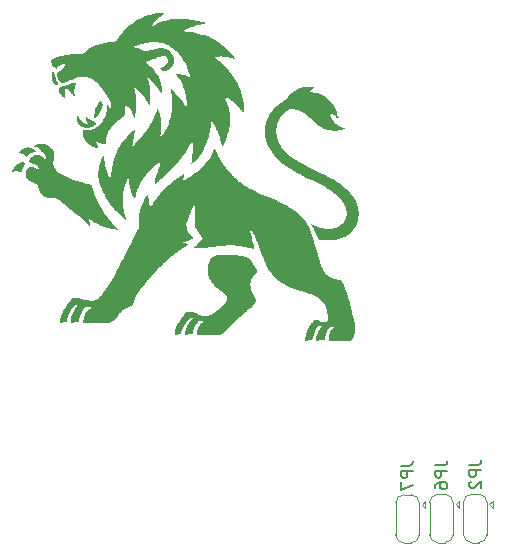
<source format=gbr>
%TF.GenerationSoftware,KiCad,Pcbnew,8.0.8*%
%TF.CreationDate,2025-09-08T09:45:39+02:00*%
%TF.ProjectId,kiba,6b696261-2e6b-4696-9361-645f70636258,rev?*%
%TF.SameCoordinates,Original*%
%TF.FileFunction,Legend,Bot*%
%TF.FilePolarity,Positive*%
%FSLAX46Y46*%
G04 Gerber Fmt 4.6, Leading zero omitted, Abs format (unit mm)*
G04 Created by KiCad (PCBNEW 8.0.8) date 2025-09-08 09:45:39*
%MOMM*%
%LPD*%
G01*
G04 APERTURE LIST*
G04 Aperture macros list*
%AMFreePoly0*
4,1,19,0.550000,-0.750000,0.000000,-0.750000,0.000000,-0.744911,-0.071157,-0.744911,-0.207708,-0.704816,-0.327430,-0.627875,-0.420627,-0.520320,-0.479746,-0.390866,-0.500000,-0.250000,-0.500000,0.250000,-0.479746,0.390866,-0.420627,0.520320,-0.327430,0.627875,-0.207708,0.704816,-0.071157,0.744911,0.000000,0.744911,0.000000,0.750000,0.550000,0.750000,0.550000,-0.750000,0.550000,-0.750000,
$1*%
%AMFreePoly1*
4,1,19,0.000000,0.744911,0.071157,0.744911,0.207708,0.704816,0.327430,0.627875,0.420627,0.520320,0.479746,0.390866,0.500000,0.250000,0.500000,-0.250000,0.479746,-0.390866,0.420627,-0.520320,0.327430,-0.627875,0.207708,-0.704816,0.071157,-0.744911,0.000000,-0.744911,0.000000,-0.750000,-0.550000,-0.750000,-0.550000,0.750000,0.000000,0.750000,0.000000,0.744911,0.000000,0.744911,
$1*%
G04 Aperture macros list end*
%ADD10C,0.000000*%
%ADD11C,0.150000*%
%ADD12C,0.120000*%
%ADD13R,2.000000X2.000000*%
%ADD14C,2.000000*%
%ADD15C,5.600000*%
%ADD16R,1.700000X1.700000*%
%ADD17O,1.700000X1.700000*%
%ADD18FreePoly0,270.000000*%
%ADD19R,1.500000X1.000000*%
%ADD20FreePoly1,270.000000*%
G04 APERTURE END LIST*
D10*
G36*
X126454927Y-93276735D02*
G01*
X126465082Y-93282725D01*
X126474807Y-93289081D01*
X126484117Y-93295788D01*
X126493029Y-93302832D01*
X126501560Y-93310199D01*
X126509725Y-93317876D01*
X126517541Y-93325847D01*
X126525024Y-93334098D01*
X126532191Y-93342617D01*
X126539057Y-93351387D01*
X126545639Y-93360396D01*
X126558018Y-93379071D01*
X126569456Y-93398530D01*
X126580084Y-93418657D01*
X126590033Y-93439341D01*
X126599433Y-93460468D01*
X126608414Y-93481924D01*
X126642762Y-93568781D01*
X126668403Y-93657109D01*
X126693181Y-93745631D01*
X126741206Y-93923152D01*
X126752258Y-93957232D01*
X126763684Y-93989480D01*
X126775724Y-94020318D01*
X126788620Y-94050172D01*
X126802614Y-94079466D01*
X126817948Y-94108624D01*
X126834863Y-94138070D01*
X126853602Y-94168228D01*
X126871309Y-94199767D01*
X126878410Y-94212829D01*
X126884414Y-94224426D01*
X126889377Y-94234812D01*
X126893352Y-94244241D01*
X126896395Y-94252967D01*
X126898560Y-94261246D01*
X126899331Y-94265296D01*
X126899902Y-94269330D01*
X126900474Y-94277475D01*
X126900332Y-94285935D01*
X126899529Y-94294964D01*
X126898121Y-94304817D01*
X126896162Y-94315748D01*
X126890809Y-94341860D01*
X126879942Y-94353197D01*
X126869446Y-94363261D01*
X126859227Y-94372156D01*
X126849192Y-94379987D01*
X126839246Y-94386857D01*
X126829296Y-94392869D01*
X126819247Y-94398128D01*
X126809007Y-94402737D01*
X126798480Y-94406801D01*
X126787574Y-94410422D01*
X126776194Y-94413705D01*
X126764247Y-94416754D01*
X126738275Y-94422562D01*
X126708908Y-94428677D01*
X126670324Y-94387286D01*
X126633806Y-94345818D01*
X126599400Y-94304134D01*
X126567154Y-94262092D01*
X126537114Y-94219551D01*
X126509328Y-94176370D01*
X126483842Y-94132408D01*
X126460705Y-94087524D01*
X126439962Y-94041577D01*
X126421662Y-93994426D01*
X126405850Y-93945929D01*
X126392575Y-93895947D01*
X126381882Y-93844337D01*
X126373821Y-93790960D01*
X126368436Y-93735673D01*
X126365776Y-93678335D01*
X126368697Y-93624628D01*
X126373465Y-93572518D01*
X126380143Y-93521608D01*
X126388790Y-93471499D01*
X126399471Y-93421794D01*
X126412245Y-93372095D01*
X126427176Y-93322004D01*
X126444325Y-93271125D01*
X126454927Y-93276735D01*
G37*
G36*
X148160686Y-94522740D02*
G01*
X148241442Y-94523761D01*
X148347315Y-94524666D01*
X148475250Y-94526055D01*
X148603178Y-94527895D01*
X148563041Y-94575863D01*
X148522764Y-94623170D01*
X148482061Y-94669718D01*
X148440645Y-94715406D01*
X148398229Y-94760134D01*
X148354526Y-94803804D01*
X148332103Y-94825210D01*
X148309250Y-94846313D01*
X148285933Y-94867102D01*
X148262114Y-94887564D01*
X148194288Y-94945183D01*
X148140156Y-94990917D01*
X148107084Y-95023989D01*
X148199326Y-95020502D01*
X148311557Y-95019817D01*
X148422254Y-95022728D01*
X148531385Y-95029435D01*
X148638922Y-95040139D01*
X148744832Y-95055039D01*
X148849086Y-95074336D01*
X148951652Y-95098230D01*
X149052501Y-95126920D01*
X149151603Y-95160608D01*
X149248925Y-95199493D01*
X149344439Y-95243776D01*
X149438113Y-95293656D01*
X149529916Y-95349334D01*
X149619820Y-95411010D01*
X149707792Y-95478884D01*
X149793802Y-95553156D01*
X149879715Y-95630930D01*
X149959923Y-95710579D01*
X150034701Y-95791894D01*
X150104185Y-95874938D01*
X150168511Y-95959774D01*
X150227815Y-96046465D01*
X150282232Y-96135075D01*
X150331900Y-96225667D01*
X150376952Y-96318305D01*
X150417526Y-96413052D01*
X150453757Y-96509971D01*
X150485781Y-96609126D01*
X150513734Y-96710580D01*
X150537752Y-96814397D01*
X150557971Y-96920639D01*
X150574526Y-97029371D01*
X150587553Y-97140656D01*
X150568532Y-97131686D01*
X150549908Y-97122483D01*
X150513719Y-97103361D01*
X150478717Y-97083257D01*
X150444634Y-97062134D01*
X150411202Y-97039959D01*
X150378150Y-97016695D01*
X150345212Y-96992309D01*
X150312117Y-96966765D01*
X150232018Y-96904108D01*
X150149336Y-96838866D01*
X150065104Y-96772849D01*
X149859947Y-96611490D01*
X149929601Y-96808110D01*
X149965724Y-96904285D01*
X150003373Y-96998680D01*
X150043045Y-97091027D01*
X150085236Y-97181059D01*
X150130444Y-97268507D01*
X150179164Y-97353105D01*
X150231894Y-97434584D01*
X150289129Y-97512676D01*
X150351368Y-97587115D01*
X150419106Y-97657632D01*
X150492840Y-97723960D01*
X150573066Y-97785831D01*
X150660282Y-97842977D01*
X150706666Y-97869695D01*
X150754984Y-97895132D01*
X150807582Y-97920067D01*
X150860148Y-97944013D01*
X150912826Y-97966967D01*
X150965757Y-97988923D01*
X151019084Y-98009878D01*
X151072950Y-98029829D01*
X151127496Y-98048770D01*
X151182865Y-98066698D01*
X151162871Y-98085347D01*
X151141605Y-98102659D01*
X151119139Y-98118683D01*
X151095544Y-98133467D01*
X151070892Y-98147062D01*
X151045255Y-98159516D01*
X150991311Y-98181200D01*
X150934283Y-98198913D01*
X150874744Y-98213050D01*
X150813266Y-98224005D01*
X150750422Y-98232172D01*
X150686784Y-98237946D01*
X150622924Y-98241721D01*
X150496829Y-98244849D01*
X150267159Y-98244464D01*
X150172051Y-98245838D01*
X150041382Y-98240553D01*
X149914679Y-98226696D01*
X149791741Y-98204719D01*
X149672367Y-98175071D01*
X149556353Y-98138202D01*
X149443500Y-98094562D01*
X149333605Y-98044603D01*
X149226466Y-97988773D01*
X149121883Y-97927523D01*
X149019653Y-97861303D01*
X148919574Y-97790563D01*
X148821446Y-97715754D01*
X148725066Y-97637326D01*
X148630233Y-97555729D01*
X148444401Y-97384827D01*
X148210071Y-97154481D01*
X148111761Y-97060129D01*
X148022868Y-96977713D01*
X147941026Y-96905771D01*
X147863869Y-96842844D01*
X147789033Y-96787473D01*
X147714153Y-96738197D01*
X147636861Y-96693557D01*
X147554795Y-96652093D01*
X147465587Y-96612344D01*
X147366872Y-96572852D01*
X147256286Y-96532156D01*
X147131463Y-96488796D01*
X146829643Y-96388247D01*
X146756397Y-96394089D01*
X146685961Y-96404553D01*
X146618151Y-96419411D01*
X146552781Y-96438437D01*
X146489665Y-96461403D01*
X146428619Y-96488083D01*
X146369456Y-96518249D01*
X146311993Y-96551674D01*
X146256043Y-96588131D01*
X146201421Y-96627392D01*
X146147941Y-96669232D01*
X146095419Y-96713422D01*
X146043669Y-96759735D01*
X145992506Y-96807945D01*
X145891199Y-96909146D01*
X145828887Y-96981274D01*
X145770569Y-97054771D01*
X145716258Y-97129661D01*
X145665968Y-97205966D01*
X145619710Y-97283709D01*
X145577497Y-97362912D01*
X145539342Y-97443600D01*
X145505258Y-97525795D01*
X145475256Y-97609518D01*
X145449351Y-97694795D01*
X145427553Y-97781646D01*
X145409877Y-97870095D01*
X145396335Y-97960166D01*
X145386938Y-98051880D01*
X145381701Y-98145260D01*
X145380635Y-98240330D01*
X145381468Y-98341479D01*
X145389367Y-98484434D01*
X145406277Y-98624114D01*
X145431786Y-98760565D01*
X145465480Y-98893836D01*
X145506948Y-99023975D01*
X145555777Y-99151029D01*
X145611553Y-99275046D01*
X145673865Y-99396074D01*
X145742298Y-99514161D01*
X145816442Y-99629355D01*
X145895883Y-99741702D01*
X145980207Y-99851252D01*
X146069004Y-99958052D01*
X146161859Y-100062149D01*
X146258360Y-100163592D01*
X146358095Y-100262429D01*
X146487572Y-100375182D01*
X146620510Y-100482589D01*
X146756655Y-100585022D01*
X146895752Y-100682854D01*
X147037546Y-100776459D01*
X147181781Y-100866210D01*
X147328202Y-100952481D01*
X147476555Y-101035644D01*
X147778034Y-101194141D01*
X148084177Y-101344687D01*
X148702292Y-101633873D01*
X148911323Y-101731653D01*
X149119607Y-101830804D01*
X149326837Y-101932117D01*
X149532707Y-102036383D01*
X149637258Y-102089326D01*
X149742127Y-102141642D01*
X149946677Y-102247590D01*
X150149612Y-102358836D01*
X150350017Y-102475781D01*
X150546978Y-102598821D01*
X150739580Y-102728358D01*
X150833960Y-102795686D01*
X150926908Y-102864788D01*
X151018308Y-102935713D01*
X151108047Y-103008511D01*
X151196011Y-103083232D01*
X151282084Y-103159926D01*
X151330418Y-103204012D01*
X151430569Y-103299703D01*
X151527695Y-103399130D01*
X151621397Y-103502184D01*
X151711278Y-103608757D01*
X151796941Y-103718740D01*
X151877987Y-103832024D01*
X151954021Y-103948500D01*
X152024643Y-104068059D01*
X152089457Y-104190592D01*
X152148066Y-104315991D01*
X152200071Y-104444147D01*
X152245075Y-104574951D01*
X152282681Y-104708294D01*
X152312492Y-104844067D01*
X152334109Y-104982161D01*
X152347136Y-105122468D01*
X152346738Y-105240623D01*
X152342324Y-105357343D01*
X152333706Y-105472549D01*
X152320699Y-105586163D01*
X152303115Y-105698107D01*
X152280767Y-105808304D01*
X152253469Y-105916675D01*
X152221034Y-106023143D01*
X152183274Y-106127629D01*
X152140004Y-106230057D01*
X152091036Y-106330347D01*
X152036184Y-106428423D01*
X151975261Y-106524205D01*
X151908080Y-106617618D01*
X151834454Y-106708581D01*
X151754196Y-106797019D01*
X151641969Y-106901909D01*
X151527579Y-106997080D01*
X151410982Y-107082940D01*
X151292132Y-107159900D01*
X151170986Y-107228368D01*
X151047498Y-107288754D01*
X150921625Y-107341467D01*
X150793321Y-107386916D01*
X150662542Y-107425510D01*
X150529243Y-107457660D01*
X150393380Y-107483774D01*
X150254909Y-107504261D01*
X150113783Y-107519532D01*
X149969960Y-107529994D01*
X149823395Y-107536058D01*
X149674042Y-107538132D01*
X149588116Y-107536457D01*
X149502346Y-107533673D01*
X149416609Y-107529973D01*
X149330782Y-107525551D01*
X149236471Y-107524994D01*
X149202511Y-107522012D01*
X149171221Y-107518276D01*
X149156357Y-107516010D01*
X149141897Y-107513418D01*
X149127751Y-107510453D01*
X149113832Y-107507070D01*
X149100051Y-107503222D01*
X149086321Y-107498863D01*
X149072553Y-107493948D01*
X149058658Y-107488429D01*
X149044549Y-107482262D01*
X149030137Y-107475400D01*
X149015334Y-107467797D01*
X149000052Y-107459406D01*
X148981072Y-107434656D01*
X148962877Y-107409579D01*
X148945413Y-107384188D01*
X148928626Y-107358497D01*
X148912462Y-107332518D01*
X148896866Y-107306265D01*
X148867163Y-107252987D01*
X148839086Y-107198770D01*
X148812200Y-107143717D01*
X148786073Y-107087934D01*
X148760273Y-107031525D01*
X148646069Y-106794976D01*
X148591486Y-106679108D01*
X148561740Y-106618518D01*
X148531322Y-106558323D01*
X148468749Y-106438917D01*
X148404321Y-106320488D01*
X148338595Y-106202635D01*
X148446286Y-106238141D01*
X148553666Y-106274334D01*
X148660674Y-106311594D01*
X148767250Y-106350300D01*
X148877644Y-106389702D01*
X148987694Y-106425995D01*
X149097473Y-106458846D01*
X149207053Y-106487927D01*
X149316507Y-106512904D01*
X149425907Y-106533449D01*
X149535326Y-106549229D01*
X149644836Y-106559914D01*
X149754510Y-106565173D01*
X149864421Y-106564675D01*
X149974639Y-106558090D01*
X150085240Y-106545085D01*
X150196294Y-106525330D01*
X150307874Y-106498495D01*
X150420053Y-106464248D01*
X150532904Y-106422259D01*
X150601363Y-106387970D01*
X150666211Y-106352586D01*
X150727595Y-106315910D01*
X150785665Y-106277746D01*
X150840568Y-106237897D01*
X150892453Y-106196166D01*
X150941468Y-106152357D01*
X150987762Y-106106273D01*
X151031483Y-106057719D01*
X151072779Y-106006496D01*
X151111799Y-105952409D01*
X151148691Y-105895260D01*
X151183604Y-105834855D01*
X151216686Y-105770995D01*
X151248085Y-105703484D01*
X151277951Y-105632126D01*
X151296283Y-105562812D01*
X151310840Y-105492661D01*
X151321677Y-105421846D01*
X151328850Y-105350544D01*
X151332416Y-105278929D01*
X151332430Y-105207174D01*
X151328947Y-105135456D01*
X151322025Y-105063948D01*
X151311719Y-104992825D01*
X151298084Y-104922262D01*
X151281177Y-104852434D01*
X151261054Y-104783515D01*
X151237771Y-104715679D01*
X151211383Y-104649102D01*
X151181946Y-104583959D01*
X151149517Y-104520422D01*
X151112310Y-104457090D01*
X151074380Y-104394128D01*
X151035337Y-104331885D01*
X150994791Y-104270711D01*
X150952351Y-104210959D01*
X150930299Y-104181724D01*
X150907627Y-104152976D01*
X150884285Y-104124758D01*
X150860227Y-104097114D01*
X150835402Y-104070088D01*
X150809761Y-104043723D01*
X150790998Y-104024788D01*
X150783407Y-104016873D01*
X150776898Y-104009752D01*
X150771388Y-104003245D01*
X150768982Y-104000165D01*
X150766795Y-103997171D01*
X150764815Y-103994241D01*
X150763034Y-103991351D01*
X150761439Y-103988479D01*
X150760022Y-103985603D01*
X150758771Y-103982701D01*
X150757677Y-103979748D01*
X150756728Y-103976724D01*
X150755914Y-103973605D01*
X150755226Y-103970370D01*
X150754651Y-103966994D01*
X150754181Y-103963457D01*
X150753805Y-103959735D01*
X150753291Y-103951646D01*
X150753028Y-103942548D01*
X150752917Y-103920603D01*
X150695297Y-103895541D01*
X150679686Y-103886681D01*
X150664674Y-103877629D01*
X150650204Y-103868375D01*
X150636215Y-103858913D01*
X150622648Y-103849235D01*
X150609443Y-103839333D01*
X150596540Y-103829199D01*
X150583881Y-103818826D01*
X150559052Y-103797331D01*
X150534480Y-103774786D01*
X150509688Y-103751129D01*
X150484200Y-103726300D01*
X150345116Y-103604698D01*
X150200842Y-103488428D01*
X150051863Y-103377140D01*
X149898667Y-103270483D01*
X149741741Y-103168106D01*
X149581570Y-103069659D01*
X149418642Y-102974790D01*
X149253442Y-102883150D01*
X148918177Y-102708152D01*
X148579667Y-102541859D01*
X147908486Y-102224164D01*
X147636898Y-102093378D01*
X147367516Y-101958737D01*
X147101422Y-101818582D01*
X146839698Y-101671256D01*
X146583425Y-101515104D01*
X146457670Y-101433200D01*
X146333684Y-101348468D01*
X146211601Y-101260700D01*
X146091557Y-101169690D01*
X145973687Y-101075230D01*
X145858126Y-100977114D01*
X145775702Y-100905542D01*
X145713024Y-100849650D01*
X145650803Y-100793321D01*
X145588955Y-100736581D01*
X145527397Y-100679458D01*
X145450915Y-100608403D01*
X145348900Y-100506321D01*
X145249638Y-100398869D01*
X145153627Y-100286389D01*
X145061366Y-100169225D01*
X144973352Y-100047719D01*
X144890084Y-99922215D01*
X144812061Y-99793056D01*
X144739781Y-99660584D01*
X144673743Y-99525144D01*
X144614444Y-99387077D01*
X144562385Y-99246727D01*
X144518062Y-99104438D01*
X144481975Y-98960551D01*
X144454621Y-98815411D01*
X144436500Y-98669360D01*
X144428110Y-98522742D01*
X144426440Y-98376565D01*
X144427633Y-98234007D01*
X144433001Y-98094186D01*
X144437659Y-98025026D01*
X144443852Y-97956219D01*
X144451743Y-97887655D01*
X144461496Y-97819223D01*
X144473275Y-97750814D01*
X144487243Y-97682317D01*
X144503564Y-97613621D01*
X144522401Y-97544616D01*
X144543919Y-97475193D01*
X144568281Y-97405240D01*
X144605747Y-97299820D01*
X144660515Y-97168508D01*
X144721749Y-97041572D01*
X144789149Y-96918943D01*
X144862415Y-96800552D01*
X144941245Y-96686331D01*
X145025339Y-96576211D01*
X145114397Y-96470124D01*
X145208117Y-96367999D01*
X145306198Y-96269770D01*
X145408341Y-96175367D01*
X145514244Y-96084721D01*
X145623606Y-95997764D01*
X145736127Y-95914427D01*
X145851506Y-95834641D01*
X145969443Y-95758338D01*
X146089636Y-95685448D01*
X146188854Y-95652375D01*
X146204246Y-95629793D01*
X146216331Y-95611810D01*
X146226152Y-95596659D01*
X146234749Y-95582570D01*
X146243165Y-95567776D01*
X146252441Y-95550509D01*
X146263618Y-95528999D01*
X146277739Y-95501480D01*
X146305170Y-95456231D01*
X146333905Y-95412172D01*
X146363906Y-95369288D01*
X146395133Y-95327566D01*
X146427547Y-95286991D01*
X146461111Y-95247552D01*
X146531529Y-95172020D01*
X146606077Y-95100860D01*
X146684443Y-95033963D01*
X146766318Y-94971220D01*
X146851390Y-94912519D01*
X146939349Y-94857753D01*
X147029884Y-94806810D01*
X147122685Y-94759581D01*
X147217441Y-94715957D01*
X147313841Y-94675827D01*
X147411575Y-94639083D01*
X147510332Y-94605613D01*
X147609802Y-94575309D01*
X147649301Y-94565794D01*
X147688655Y-94557447D01*
X147727895Y-94550198D01*
X147767051Y-94543977D01*
X147806154Y-94538712D01*
X147845234Y-94534334D01*
X147923446Y-94527954D01*
X148001931Y-94524272D01*
X148080930Y-94522722D01*
X148160686Y-94522740D01*
G37*
G36*
X129685470Y-92179719D02*
G01*
X129553179Y-92278937D01*
X129784689Y-92345083D01*
X129784689Y-92378156D01*
X129704055Y-92372196D01*
X129623458Y-92365754D01*
X129532767Y-92358778D01*
X129506625Y-92354128D01*
X129495794Y-92351993D01*
X129486173Y-92349827D01*
X129477549Y-92347515D01*
X129469711Y-92344938D01*
X129462447Y-92341981D01*
X129455542Y-92338527D01*
X129448786Y-92334457D01*
X129441967Y-92329657D01*
X129434870Y-92324007D01*
X129427286Y-92317392D01*
X129419000Y-92309694D01*
X129409801Y-92300797D01*
X129387814Y-92278937D01*
X129489536Y-92216918D01*
X129522653Y-92197020D01*
X129547559Y-92182464D01*
X129566965Y-92171699D01*
X129583587Y-92163174D01*
X129619324Y-92146646D01*
X129685470Y-92179719D01*
G37*
G36*
X143460514Y-108085592D02*
G01*
X143467845Y-108099795D01*
X143474517Y-108113387D01*
X143480550Y-108126524D01*
X143485960Y-108139365D01*
X143490768Y-108152069D01*
X143494991Y-108164792D01*
X143498648Y-108177692D01*
X143501757Y-108190928D01*
X143504337Y-108204657D01*
X143506407Y-108219038D01*
X143507984Y-108234227D01*
X143509088Y-108250384D01*
X143509737Y-108267665D01*
X143509949Y-108286229D01*
X143278439Y-108220082D01*
X143344584Y-108120863D01*
X143410731Y-108120863D01*
X143443802Y-108054719D01*
X143460514Y-108085592D01*
G37*
G36*
X130562713Y-95786071D02*
G01*
X130579839Y-95820659D01*
X130613579Y-95890087D01*
X130651949Y-95967989D01*
X130657130Y-95986062D01*
X130661262Y-96004117D01*
X130664386Y-96022152D01*
X130666544Y-96040162D01*
X130667778Y-96058146D01*
X130668132Y-96076100D01*
X130667646Y-96094021D01*
X130666363Y-96111906D01*
X130661575Y-96147557D01*
X130654106Y-96183028D01*
X130644291Y-96218296D01*
X130632469Y-96253337D01*
X130618977Y-96288126D01*
X130604151Y-96322641D01*
X130571851Y-96390748D01*
X130506092Y-96522606D01*
X130468562Y-96604449D01*
X130425483Y-96694177D01*
X130380082Y-96782959D01*
X130356089Y-96826498D01*
X130331007Y-96869206D01*
X130304669Y-96910882D01*
X130276904Y-96951329D01*
X130247543Y-96990348D01*
X130216418Y-97027740D01*
X130183359Y-97063306D01*
X130148196Y-97096848D01*
X130110761Y-97128167D01*
X130070883Y-97157065D01*
X130028395Y-97183343D01*
X130006119Y-97195437D01*
X129983127Y-97206802D01*
X129978840Y-97024860D01*
X129979566Y-96937549D01*
X129982619Y-96852382D01*
X129988309Y-96769139D01*
X129996948Y-96687596D01*
X130008846Y-96607533D01*
X130024314Y-96528728D01*
X130043662Y-96450959D01*
X130067202Y-96374004D01*
X130095243Y-96297641D01*
X130128098Y-96221650D01*
X130166075Y-96145808D01*
X130209487Y-96069893D01*
X130258643Y-95993683D01*
X130313855Y-95916958D01*
X130386203Y-95815672D01*
X130446147Y-95751594D01*
X130545367Y-95751594D01*
X130562713Y-95786071D01*
G37*
G36*
X135903178Y-88277115D02*
G01*
X135869845Y-88310949D01*
X135836172Y-88343734D01*
X135802071Y-88375589D01*
X135767454Y-88406636D01*
X135732233Y-88436996D01*
X135696318Y-88466790D01*
X135659623Y-88496138D01*
X135622058Y-88525162D01*
X135506416Y-88619213D01*
X135392472Y-88717066D01*
X135336512Y-88767516D01*
X135281427Y-88819034D01*
X135227368Y-88871660D01*
X135174484Y-88925433D01*
X135122926Y-88980391D01*
X135072845Y-89036574D01*
X135024390Y-89094022D01*
X134977711Y-89152773D01*
X134932960Y-89212866D01*
X134890286Y-89274341D01*
X134849840Y-89337238D01*
X134811772Y-89401594D01*
X134811772Y-89467740D01*
X134908923Y-89399527D01*
X135115431Y-89281414D01*
X135329532Y-89176934D01*
X135550359Y-89085708D01*
X135777046Y-89007357D01*
X136008728Y-88941498D01*
X136244537Y-88887753D01*
X136483608Y-88845742D01*
X136725075Y-88815084D01*
X136968071Y-88795398D01*
X137211730Y-88786306D01*
X137455186Y-88787427D01*
X137697574Y-88798381D01*
X137938025Y-88818787D01*
X138175676Y-88848266D01*
X138409658Y-88886437D01*
X138639107Y-88932921D01*
X138832400Y-88980821D01*
X139025068Y-89030953D01*
X139217205Y-89083091D01*
X139408907Y-89137011D01*
X139390064Y-89147118D01*
X139371339Y-89156633D01*
X139352697Y-89165589D01*
X139334100Y-89174018D01*
X139315513Y-89181953D01*
X139296901Y-89189428D01*
X139278226Y-89196474D01*
X139259454Y-89203125D01*
X139221471Y-89215374D01*
X139182666Y-89226435D01*
X139142749Y-89236572D01*
X139101433Y-89246048D01*
X138997862Y-89269424D01*
X138888008Y-89294107D01*
X138698837Y-89341459D01*
X138514202Y-89394191D01*
X138333318Y-89452446D01*
X138155396Y-89516365D01*
X137979651Y-89586092D01*
X137805295Y-89661769D01*
X137631543Y-89743538D01*
X137457606Y-89831542D01*
X137537138Y-89838026D01*
X137808197Y-89864430D01*
X138074668Y-89898081D01*
X138336500Y-89939555D01*
X138593639Y-89989427D01*
X138846033Y-90048270D01*
X139093629Y-90116661D01*
X139336374Y-90195173D01*
X139574215Y-90284382D01*
X139807099Y-90384863D01*
X140034974Y-90497190D01*
X140257786Y-90621938D01*
X140475483Y-90759682D01*
X140688012Y-90910997D01*
X140895321Y-91076457D01*
X141097356Y-91256638D01*
X141294064Y-91452115D01*
X141372612Y-91530663D01*
X141459427Y-91617479D01*
X141528803Y-91683367D01*
X141590720Y-91744715D01*
X141649762Y-91806626D01*
X141678271Y-91837920D01*
X141706140Y-91869508D01*
X141733397Y-91901442D01*
X141760068Y-91933771D01*
X141786179Y-91966547D01*
X141811757Y-91999822D01*
X141836829Y-92033646D01*
X141861421Y-92068070D01*
X141885559Y-92103146D01*
X141909271Y-92138924D01*
X141932583Y-92175456D01*
X141955521Y-92212792D01*
X141897127Y-92194576D01*
X141758339Y-92152567D01*
X141619745Y-92112542D01*
X141480969Y-92075645D01*
X141341636Y-92043018D01*
X141271643Y-92028662D01*
X141201371Y-92015803D01*
X141130771Y-92004581D01*
X141059798Y-91995142D01*
X140988403Y-91987626D01*
X140916541Y-91982177D01*
X140844165Y-91978938D01*
X140771227Y-91978052D01*
X140646881Y-91978375D01*
X140518917Y-91979214D01*
X140388241Y-91979666D01*
X140070366Y-91981281D01*
X140174494Y-92057633D01*
X140370539Y-92204306D01*
X140467122Y-92278736D01*
X140562566Y-92354361D01*
X140656737Y-92431532D01*
X140749499Y-92510597D01*
X140840719Y-92591908D01*
X140930262Y-92675813D01*
X140980469Y-92723435D01*
X141058391Y-92799021D01*
X141133956Y-92875198D01*
X141207244Y-92952076D01*
X141278332Y-93029763D01*
X141347301Y-93108370D01*
X141414229Y-93188004D01*
X141479194Y-93268776D01*
X141542276Y-93350793D01*
X141603553Y-93434165D01*
X141663105Y-93519002D01*
X141721010Y-93605412D01*
X141777347Y-93693504D01*
X141832195Y-93783387D01*
X141885633Y-93875171D01*
X141937740Y-93968964D01*
X141988594Y-94064875D01*
X142020230Y-94125014D01*
X142094391Y-94273198D01*
X142165271Y-94426006D01*
X142232638Y-94582948D01*
X142296259Y-94743535D01*
X142355903Y-94907279D01*
X142411337Y-95073689D01*
X142462330Y-95242277D01*
X142508650Y-95412554D01*
X142550064Y-95584030D01*
X142586340Y-95756216D01*
X142617248Y-95928624D01*
X142642554Y-96100763D01*
X142662027Y-96272145D01*
X142675435Y-96442280D01*
X142682545Y-96610679D01*
X142683127Y-96776854D01*
X142624023Y-96718502D01*
X142566021Y-96659220D01*
X142509041Y-96599055D01*
X142453002Y-96538053D01*
X142397823Y-96476257D01*
X142343423Y-96413715D01*
X142289723Y-96350472D01*
X142236641Y-96286574D01*
X142168585Y-96207366D01*
X142097527Y-96130418D01*
X142023721Y-96055608D01*
X141947423Y-95982816D01*
X141868888Y-95911920D01*
X141788371Y-95842797D01*
X141706126Y-95775328D01*
X141622409Y-95709389D01*
X141451578Y-95581620D01*
X141277916Y-95458518D01*
X140930262Y-95222427D01*
X140981163Y-95328234D01*
X141071331Y-95530410D01*
X141152907Y-95734615D01*
X141225622Y-95940664D01*
X141289201Y-96148373D01*
X141343374Y-96357556D01*
X141387869Y-96568029D01*
X141422414Y-96779608D01*
X141446737Y-96992108D01*
X141460566Y-97205343D01*
X141463630Y-97419131D01*
X141455656Y-97633285D01*
X141436372Y-97847621D01*
X141405508Y-98061954D01*
X141362790Y-98276101D01*
X141307947Y-98489875D01*
X141240708Y-98703093D01*
X141199737Y-98814622D01*
X141157315Y-98925523D01*
X141112706Y-99035389D01*
X141065172Y-99143815D01*
X141013976Y-99250393D01*
X140986774Y-99302863D01*
X140958380Y-99354718D01*
X140928702Y-99405908D01*
X140897649Y-99456382D01*
X140865126Y-99506089D01*
X140831043Y-99554979D01*
X140764897Y-99554979D01*
X140744097Y-99432376D01*
X140716505Y-99289264D01*
X140685292Y-99148132D01*
X140650465Y-99008908D01*
X140612031Y-98871516D01*
X140569996Y-98735885D01*
X140524368Y-98601941D01*
X140475153Y-98469609D01*
X140422358Y-98338817D01*
X140365990Y-98209491D01*
X140306055Y-98081558D01*
X140242560Y-97954945D01*
X140175512Y-97829577D01*
X140104919Y-97705381D01*
X140030785Y-97582284D01*
X139953119Y-97460213D01*
X139871927Y-97339094D01*
X139863272Y-97469189D01*
X139844195Y-97693339D01*
X139820033Y-97915321D01*
X139790251Y-98134930D01*
X139754314Y-98351957D01*
X139711687Y-98566196D01*
X139661835Y-98777438D01*
X139604223Y-98985477D01*
X139538316Y-99190106D01*
X139463578Y-99391116D01*
X139379476Y-99588300D01*
X139285473Y-99781452D01*
X139181035Y-99970363D01*
X139065627Y-100154827D01*
X138938713Y-100334635D01*
X138799759Y-100509582D01*
X138648230Y-100679458D01*
X138585961Y-100747025D01*
X138562966Y-100770745D01*
X138539996Y-100793509D01*
X138516985Y-100815375D01*
X138493872Y-100836398D01*
X138470591Y-100856634D01*
X138447079Y-100876138D01*
X138423272Y-100894967D01*
X138399107Y-100913177D01*
X138374519Y-100930823D01*
X138349444Y-100947961D01*
X138323820Y-100964648D01*
X138297581Y-100980938D01*
X138270664Y-100996889D01*
X138243006Y-101012556D01*
X138214543Y-101027994D01*
X138185209Y-101043260D01*
X138198299Y-100907128D01*
X138213747Y-100771605D01*
X138231690Y-100636388D01*
X138252260Y-100501174D01*
X138264653Y-100404996D01*
X138274239Y-100309137D01*
X138281337Y-100213455D01*
X138286265Y-100117808D01*
X138289340Y-100022055D01*
X138290880Y-99926055D01*
X138290629Y-99732746D01*
X138290564Y-99599033D01*
X138291766Y-99519400D01*
X138292144Y-99456701D01*
X138291237Y-99405379D01*
X138290159Y-99382250D01*
X138288587Y-99359882D01*
X138286464Y-99337581D01*
X138283732Y-99314653D01*
X138276215Y-99264138D01*
X138265576Y-99202782D01*
X138251354Y-99125031D01*
X138202521Y-99223604D01*
X138111910Y-99396215D01*
X138017193Y-99564714D01*
X137918516Y-99729355D01*
X137816028Y-99890388D01*
X137709876Y-100048067D01*
X137600208Y-100202644D01*
X137487172Y-100354371D01*
X137370917Y-100503500D01*
X137251589Y-100650284D01*
X137129337Y-100794976D01*
X136876653Y-101079090D01*
X136614047Y-101357861D01*
X136342702Y-101633308D01*
X136139210Y-101837010D01*
X136007048Y-101969042D01*
X135947001Y-102029294D01*
X135900784Y-102074779D01*
X135854183Y-102119707D01*
X135807193Y-102164117D01*
X135759808Y-102208051D01*
X135712019Y-102251551D01*
X135663821Y-102294656D01*
X135615208Y-102337407D01*
X135566173Y-102379847D01*
X135532638Y-102409717D01*
X135499591Y-102440039D01*
X135466966Y-102470764D01*
X135434697Y-102501842D01*
X135370964Y-102564859D01*
X135307865Y-102628693D01*
X135258903Y-102678109D01*
X135142501Y-102796124D01*
X135129588Y-102766165D01*
X135119467Y-102733815D01*
X135112001Y-102699234D01*
X135107051Y-102662580D01*
X135104480Y-102624013D01*
X135104150Y-102583691D01*
X135109658Y-102498420D01*
X135122472Y-102408037D01*
X135141487Y-102313814D01*
X135165601Y-102217023D01*
X135193707Y-102118935D01*
X135257483Y-101923956D01*
X135323983Y-101739048D01*
X135384374Y-101574383D01*
X135429822Y-101440135D01*
X135490607Y-101237047D01*
X135638595Y-100745604D01*
X135441144Y-100913655D01*
X135247618Y-101083893D01*
X135058860Y-101256894D01*
X134875714Y-101433237D01*
X134699023Y-101613496D01*
X134529630Y-101798250D01*
X134368380Y-101988074D01*
X134216116Y-102183546D01*
X134073681Y-102385241D01*
X133941919Y-102593737D01*
X133821673Y-102809611D01*
X133713787Y-103033438D01*
X133664742Y-103148515D01*
X133619104Y-103265796D01*
X133576977Y-103385355D01*
X133538467Y-103507262D01*
X133503681Y-103631590D01*
X133472722Y-103758411D01*
X133445696Y-103887798D01*
X133422710Y-104019822D01*
X133395029Y-103994779D01*
X133368653Y-103968022D01*
X133343536Y-103939644D01*
X133319633Y-103909738D01*
X133296899Y-103878397D01*
X133275289Y-103845714D01*
X133235259Y-103776691D01*
X133199181Y-103703415D01*
X133166694Y-103626627D01*
X133137434Y-103547072D01*
X133111042Y-103465493D01*
X133087155Y-103382633D01*
X133065410Y-103299236D01*
X133026904Y-103133803D01*
X132959688Y-102829197D01*
X132941779Y-102763165D01*
X132936339Y-102737724D01*
X132931698Y-102712580D01*
X132927775Y-102687610D01*
X132924491Y-102662689D01*
X132921766Y-102637692D01*
X132919521Y-102612494D01*
X132917676Y-102586971D01*
X132916151Y-102560998D01*
X132911953Y-102485421D01*
X132908013Y-102407517D01*
X132903685Y-102328064D01*
X132893543Y-102134667D01*
X132828231Y-102267680D01*
X132765389Y-102400734D01*
X132705436Y-102534297D01*
X132648788Y-102668834D01*
X132595863Y-102804814D01*
X132547078Y-102942702D01*
X132502849Y-103082966D01*
X132482574Y-103154135D01*
X132463595Y-103226073D01*
X132445080Y-103296263D01*
X132434191Y-103345818D01*
X132424656Y-103395420D01*
X132416383Y-103445073D01*
X132409285Y-103494779D01*
X132398250Y-103594359D01*
X132390833Y-103694182D01*
X132386316Y-103794268D01*
X132383980Y-103894636D01*
X132382980Y-104096303D01*
X132382806Y-104171420D01*
X132386754Y-104364175D01*
X132391661Y-104458825D01*
X132398632Y-104552462D01*
X132407747Y-104645190D01*
X132419086Y-104737114D01*
X132432731Y-104828336D01*
X132448761Y-104918962D01*
X132467259Y-105009095D01*
X132488304Y-105098839D01*
X132511978Y-105188298D01*
X132538360Y-105277577D01*
X132567532Y-105366780D01*
X132599575Y-105456010D01*
X132634569Y-105545371D01*
X132672594Y-105634968D01*
X132679960Y-105658787D01*
X132682813Y-105668805D01*
X132685092Y-105677897D01*
X132686781Y-105686312D01*
X132687866Y-105694300D01*
X132688176Y-105698212D01*
X132688330Y-105702112D01*
X132688324Y-105706030D01*
X132688158Y-105709997D01*
X132687828Y-105714046D01*
X132687334Y-105718207D01*
X132685844Y-105726990D01*
X132683672Y-105736598D01*
X132680801Y-105747281D01*
X132677218Y-105759288D01*
X132672905Y-105772870D01*
X132662032Y-105805760D01*
X132450414Y-105630687D01*
X132242642Y-105448405D01*
X132039746Y-105258964D01*
X131842755Y-105062415D01*
X131652697Y-104858807D01*
X131470600Y-104648192D01*
X131297494Y-104430620D01*
X131134408Y-104206142D01*
X130982369Y-103974807D01*
X130842408Y-103736667D01*
X130715551Y-103491772D01*
X130602829Y-103240173D01*
X130505270Y-102981919D01*
X130462498Y-102850313D01*
X130423902Y-102717062D01*
X130389611Y-102582173D01*
X130359754Y-102445651D01*
X130334459Y-102307505D01*
X130313855Y-102167738D01*
X130308119Y-102043018D01*
X130306884Y-101918775D01*
X130310177Y-101795105D01*
X130318024Y-101672102D01*
X130330451Y-101549861D01*
X130347484Y-101428476D01*
X130369149Y-101308043D01*
X130395472Y-101188656D01*
X130426479Y-101070410D01*
X130462196Y-100953399D01*
X130502650Y-100837719D01*
X130547866Y-100723463D01*
X130597871Y-100610727D01*
X130652690Y-100499605D01*
X130712350Y-100390192D01*
X130776877Y-100282583D01*
X130809949Y-100282583D01*
X130813696Y-100395367D01*
X130825956Y-100631734D01*
X130847146Y-100883462D01*
X130862264Y-101012762D01*
X130881023Y-101143115D01*
X130903892Y-101273591D01*
X130931343Y-101403259D01*
X130963843Y-101531191D01*
X131001862Y-101656458D01*
X131045871Y-101778129D01*
X131096339Y-101895276D01*
X131153735Y-102006969D01*
X131218529Y-102112279D01*
X131291190Y-102210276D01*
X131330618Y-102256241D01*
X131372189Y-102300030D01*
X131376162Y-102234627D01*
X131397502Y-101967327D01*
X131427456Y-101705957D01*
X131466337Y-101450327D01*
X131514457Y-101200246D01*
X131572130Y-100955524D01*
X131639670Y-100715971D01*
X131717389Y-100481395D01*
X131805601Y-100251606D01*
X131904619Y-100026415D01*
X132014755Y-99805630D01*
X132136324Y-99589061D01*
X132269639Y-99376518D01*
X132415012Y-99167810D01*
X132572757Y-98962746D01*
X132743187Y-98761137D01*
X132926616Y-98562791D01*
X132999996Y-98485406D01*
X133049458Y-98435574D01*
X133099394Y-98387783D01*
X133150050Y-98341834D01*
X133201671Y-98297532D01*
X133254503Y-98254679D01*
X133308789Y-98213078D01*
X133364777Y-98172532D01*
X133422710Y-98132844D01*
X133403503Y-98263145D01*
X133382789Y-98393067D01*
X133337542Y-98652041D01*
X133288370Y-98910316D01*
X133236675Y-99168439D01*
X133204118Y-99329863D01*
X133125054Y-99720343D01*
X133438824Y-99354339D01*
X133750896Y-98986886D01*
X133863272Y-98854229D01*
X133919773Y-98788172D01*
X133976552Y-98722342D01*
X134085490Y-98593751D01*
X134191308Y-98463830D01*
X134293940Y-98332474D01*
X134393318Y-98199577D01*
X134489377Y-98065033D01*
X134582049Y-97928737D01*
X134671268Y-97790582D01*
X134756968Y-97650464D01*
X134839081Y-97508275D01*
X134917541Y-97363912D01*
X134992283Y-97217267D01*
X135063238Y-97068235D01*
X135130340Y-96916711D01*
X135193523Y-96762588D01*
X135252720Y-96605761D01*
X135307865Y-96446125D01*
X135327844Y-96462996D01*
X135346022Y-96480306D01*
X135362543Y-96498065D01*
X135377550Y-96516284D01*
X135391187Y-96534974D01*
X135403597Y-96554146D01*
X135414925Y-96573810D01*
X135425313Y-96593979D01*
X135434906Y-96614663D01*
X135443846Y-96635873D01*
X135452278Y-96657619D01*
X135460345Y-96679913D01*
X135475958Y-96726188D01*
X135491834Y-96774787D01*
X135533304Y-96897647D01*
X135549684Y-96956221D01*
X135564583Y-97014838D01*
X135578057Y-97073512D01*
X135590163Y-97132256D01*
X135600955Y-97191084D01*
X135610489Y-97250009D01*
X135626008Y-97368205D01*
X135637166Y-97486953D01*
X135644408Y-97606361D01*
X135648181Y-97726537D01*
X135648930Y-97847590D01*
X135648729Y-97956595D01*
X135646077Y-98056565D01*
X135640551Y-98154418D01*
X135632015Y-98250708D01*
X135620331Y-98345991D01*
X135605362Y-98440822D01*
X135586971Y-98535757D01*
X135565021Y-98631349D01*
X135539376Y-98728156D01*
X135522421Y-98810756D01*
X135514234Y-98852114D01*
X135506303Y-98893521D01*
X135642435Y-98749065D01*
X135768277Y-98592851D01*
X135884056Y-98426091D01*
X135990000Y-98250000D01*
X136086336Y-98065791D01*
X136173292Y-97874678D01*
X136251096Y-97677874D01*
X136319975Y-97476593D01*
X136380158Y-97272049D01*
X136431870Y-97065455D01*
X136475342Y-96858026D01*
X136510799Y-96650973D01*
X136538469Y-96445512D01*
X136558581Y-96242856D01*
X136571362Y-96044218D01*
X136577039Y-95850812D01*
X136575056Y-95751846D01*
X136570094Y-95653233D01*
X136562511Y-95554913D01*
X136552665Y-95456826D01*
X136540915Y-95358911D01*
X136527620Y-95261107D01*
X136497829Y-95065589D01*
X136483892Y-94976705D01*
X136470771Y-94897915D01*
X136469904Y-94883851D01*
X136469414Y-94870211D01*
X136469294Y-94856939D01*
X136469538Y-94843983D01*
X136470140Y-94831287D01*
X136471092Y-94818796D01*
X136472389Y-94806458D01*
X136474024Y-94794217D01*
X136475990Y-94782018D01*
X136478281Y-94769808D01*
X136480891Y-94757532D01*
X136483812Y-94745136D01*
X136490566Y-94719765D01*
X136498491Y-94693261D01*
X136603754Y-94804658D01*
X136707252Y-94916894D01*
X136809004Y-95030172D01*
X136909029Y-95144694D01*
X137007345Y-95260665D01*
X137103974Y-95378288D01*
X137198932Y-95497766D01*
X137292240Y-95619302D01*
X137356271Y-95704116D01*
X137572709Y-95992134D01*
X137788334Y-96280760D01*
X137791538Y-96087552D01*
X137788598Y-95899832D01*
X137779275Y-95717160D01*
X137763329Y-95539097D01*
X137740520Y-95365203D01*
X137710607Y-95195036D01*
X137673351Y-95028158D01*
X137628511Y-94864128D01*
X137575847Y-94702505D01*
X137515119Y-94542850D01*
X137446088Y-94384723D01*
X137368513Y-94227683D01*
X137282154Y-94071291D01*
X137186770Y-93915106D01*
X137082123Y-93758687D01*
X136967971Y-93601596D01*
X136944006Y-93568867D01*
X136925996Y-93543868D01*
X136918959Y-93533784D01*
X136913092Y-93525052D01*
X136908288Y-93517479D01*
X136904442Y-93510871D01*
X136901446Y-93505036D01*
X136899195Y-93499780D01*
X136897582Y-93494908D01*
X136896500Y-93490229D01*
X136895845Y-93485548D01*
X136895508Y-93480673D01*
X136895366Y-93469563D01*
X136972462Y-93468440D01*
X137047795Y-93469487D01*
X137121865Y-93472812D01*
X137195168Y-93478524D01*
X137268203Y-93486734D01*
X137341467Y-93497550D01*
X137415460Y-93511083D01*
X137490678Y-93527440D01*
X137569017Y-93545236D01*
X137637113Y-93562297D01*
X137703691Y-93580883D01*
X137769013Y-93601169D01*
X137833344Y-93623326D01*
X137896944Y-93647530D01*
X137960077Y-93673952D01*
X138023005Y-93702766D01*
X138085991Y-93734146D01*
X138037827Y-93535005D01*
X137983819Y-93339100D01*
X137923613Y-93146746D01*
X137856856Y-92958260D01*
X137783192Y-92773956D01*
X137702268Y-92594153D01*
X137613730Y-92419164D01*
X137517223Y-92249307D01*
X137412394Y-92084898D01*
X137298888Y-91926253D01*
X137176351Y-91773687D01*
X137044429Y-91627517D01*
X136902768Y-91488059D01*
X136751014Y-91355629D01*
X136588812Y-91230543D01*
X136415809Y-91113117D01*
X136272080Y-91034264D01*
X136125122Y-90966945D01*
X135975272Y-90910614D01*
X135822863Y-90864726D01*
X135668232Y-90828734D01*
X135511713Y-90802092D01*
X135353642Y-90784254D01*
X135194355Y-90774674D01*
X135034186Y-90772807D01*
X134873470Y-90778105D01*
X134712543Y-90790022D01*
X134551741Y-90808014D01*
X134391398Y-90831533D01*
X134231850Y-90860033D01*
X134073431Y-90892970D01*
X133916478Y-90929795D01*
X133831588Y-90952694D01*
X133747645Y-90976602D01*
X133664534Y-91001755D01*
X133582137Y-91028390D01*
X133500336Y-91056742D01*
X133419016Y-91087047D01*
X133338058Y-91119540D01*
X133257345Y-91154459D01*
X133359179Y-91188235D01*
X133461307Y-91220697D01*
X133563773Y-91252079D01*
X133666622Y-91282616D01*
X133713767Y-91297095D01*
X133759770Y-91311986D01*
X133804815Y-91327597D01*
X133849088Y-91344240D01*
X133892774Y-91362223D01*
X133936057Y-91381856D01*
X133957606Y-91392388D01*
X133979123Y-91403448D01*
X134000632Y-91415076D01*
X134022156Y-91427310D01*
X134047422Y-91439951D01*
X134073074Y-91451230D01*
X134099090Y-91461199D01*
X134125445Y-91469907D01*
X134179080Y-91483739D01*
X134233787Y-91493126D01*
X134289377Y-91498469D01*
X134345659Y-91500166D01*
X134402445Y-91498617D01*
X134459544Y-91494223D01*
X134516765Y-91487382D01*
X134573919Y-91478495D01*
X134630816Y-91467960D01*
X134687265Y-91456179D01*
X134904789Y-91404573D01*
X135101806Y-91359226D01*
X135193701Y-91338015D01*
X135262113Y-91323495D01*
X135329728Y-91310917D01*
X135396621Y-91300424D01*
X135462863Y-91292159D01*
X135528530Y-91286266D01*
X135593694Y-91282889D01*
X135658430Y-91282170D01*
X135722811Y-91284254D01*
X135786910Y-91289284D01*
X135850801Y-91297404D01*
X135914559Y-91308756D01*
X135978255Y-91323486D01*
X136041965Y-91341736D01*
X136105761Y-91363649D01*
X136169717Y-91389370D01*
X136233907Y-91419042D01*
X136274890Y-91447018D01*
X136313594Y-91476796D01*
X136350128Y-91508289D01*
X136384598Y-91541405D01*
X136417111Y-91576057D01*
X136447774Y-91612154D01*
X136476695Y-91649606D01*
X136503981Y-91688326D01*
X136529738Y-91728223D01*
X136554075Y-91769208D01*
X136577098Y-91811191D01*
X136598914Y-91854083D01*
X136619631Y-91897796D01*
X136639356Y-91942238D01*
X136658196Y-91987322D01*
X136676257Y-92032958D01*
X136684991Y-92085092D01*
X136692076Y-92136797D01*
X136697387Y-92188069D01*
X136700802Y-92238906D01*
X136702196Y-92289303D01*
X136701447Y-92339257D01*
X136698430Y-92388764D01*
X136693023Y-92437821D01*
X136685102Y-92486425D01*
X136674542Y-92534572D01*
X136661222Y-92582258D01*
X136645016Y-92629480D01*
X136625802Y-92676235D01*
X136603456Y-92722519D01*
X136577855Y-92768328D01*
X136548875Y-92813659D01*
X136514720Y-92853957D01*
X136479748Y-92892642D01*
X136443906Y-92929663D01*
X136407139Y-92964973D01*
X136369392Y-92998522D01*
X136330612Y-93030262D01*
X136290743Y-93060144D01*
X136249732Y-93088118D01*
X136207524Y-93114137D01*
X136164065Y-93138152D01*
X136119299Y-93160113D01*
X136073174Y-93179971D01*
X136025633Y-93197679D01*
X135976624Y-93213186D01*
X135926091Y-93226445D01*
X135873981Y-93237406D01*
X135851988Y-93236996D01*
X135831236Y-93235373D01*
X135811608Y-93232573D01*
X135792987Y-93228633D01*
X135775257Y-93223589D01*
X135758300Y-93217479D01*
X135741999Y-93210338D01*
X135726238Y-93202204D01*
X135710899Y-93193113D01*
X135695865Y-93183101D01*
X135681019Y-93172206D01*
X135666245Y-93160465D01*
X135651425Y-93147912D01*
X135636443Y-93134587D01*
X135605522Y-93105761D01*
X135592797Y-93063725D01*
X135588517Y-93048823D01*
X135585110Y-93035933D01*
X135582187Y-93023502D01*
X135579361Y-93009981D01*
X135572449Y-92973469D01*
X135645054Y-92938200D01*
X135727434Y-92894864D01*
X135767015Y-92872783D01*
X135805479Y-92850199D01*
X135842794Y-92826939D01*
X135878924Y-92802832D01*
X135913837Y-92777705D01*
X135947500Y-92751388D01*
X135979878Y-92723708D01*
X136010939Y-92694494D01*
X136040649Y-92663574D01*
X136068974Y-92630776D01*
X136095882Y-92595929D01*
X136121338Y-92558861D01*
X136145309Y-92519400D01*
X136167762Y-92477375D01*
X136174411Y-92413620D01*
X136178991Y-92352301D01*
X136180186Y-92322403D01*
X136180481Y-92292930D01*
X136179746Y-92263821D01*
X136177855Y-92235016D01*
X136174680Y-92206453D01*
X136170093Y-92178070D01*
X136163965Y-92149808D01*
X136156170Y-92121604D01*
X136146578Y-92093398D01*
X136135063Y-92065128D01*
X136121497Y-92036734D01*
X136105750Y-92008153D01*
X136077973Y-91992839D01*
X136050936Y-91979538D01*
X136024501Y-91968147D01*
X135998526Y-91958567D01*
X135972871Y-91950697D01*
X135947396Y-91944437D01*
X135921960Y-91939685D01*
X135896424Y-91936341D01*
X135870646Y-91934305D01*
X135844488Y-91933475D01*
X135817807Y-91933752D01*
X135790465Y-91935035D01*
X135762320Y-91937222D01*
X135733232Y-91940214D01*
X135671668Y-91948208D01*
X135596252Y-91969920D01*
X135521460Y-91993638D01*
X135447197Y-92019024D01*
X135373368Y-92045737D01*
X135226632Y-92101782D01*
X135080489Y-92159048D01*
X134921067Y-92219510D01*
X134758203Y-92279909D01*
X134699583Y-92302472D01*
X134647744Y-92323458D01*
X134596368Y-92345499D01*
X134539136Y-92371231D01*
X134381824Y-92444302D01*
X134458176Y-92511094D01*
X134543097Y-92588027D01*
X134625492Y-92665961D01*
X134705531Y-92745208D01*
X134783385Y-92826074D01*
X134859224Y-92908868D01*
X134933218Y-92993899D01*
X135005539Y-93081476D01*
X135076355Y-93171906D01*
X135144181Y-93257043D01*
X135223811Y-93365055D01*
X135296514Y-93473174D01*
X135362500Y-93581624D01*
X135421981Y-93690629D01*
X135475164Y-93800411D01*
X135522262Y-93911194D01*
X135563483Y-94023202D01*
X135599039Y-94136657D01*
X135629139Y-94251783D01*
X135653994Y-94368803D01*
X135673814Y-94487941D01*
X135688809Y-94609420D01*
X135699188Y-94733462D01*
X135705164Y-94860293D01*
X135706944Y-94990134D01*
X135704741Y-95123209D01*
X135686030Y-95106145D01*
X135668163Y-95088586D01*
X135651073Y-95070559D01*
X135634692Y-95052094D01*
X135618953Y-95033221D01*
X135603790Y-95013967D01*
X135589136Y-94994363D01*
X135574924Y-94974437D01*
X135547557Y-94933737D01*
X135521153Y-94892100D01*
X135469096Y-94806948D01*
X135418077Y-94728501D01*
X135365624Y-94652361D01*
X135311549Y-94578282D01*
X135255662Y-94506020D01*
X135197773Y-94435330D01*
X135137695Y-94365966D01*
X135075236Y-94297684D01*
X135010209Y-94230239D01*
X134938993Y-94158184D01*
X134677580Y-93895919D01*
X134414897Y-93634927D01*
X134435099Y-93693434D01*
X134526518Y-93961522D01*
X134558299Y-94053506D01*
X134580252Y-94120723D01*
X134600403Y-94187162D01*
X134618801Y-94252967D01*
X134635497Y-94318284D01*
X134650538Y-94383258D01*
X134663974Y-94448036D01*
X134675854Y-94512763D01*
X134686226Y-94577584D01*
X134695140Y-94642645D01*
X134702645Y-94708091D01*
X134713622Y-94840721D01*
X134719551Y-94976638D01*
X134720822Y-95117007D01*
X134721597Y-95235410D01*
X134720871Y-95333636D01*
X134718758Y-95431973D01*
X134714713Y-95530275D01*
X134708190Y-95628397D01*
X134698643Y-95726193D01*
X134685528Y-95823519D01*
X134677461Y-95871960D01*
X134668298Y-95920229D01*
X134657969Y-95968307D01*
X134646407Y-96016177D01*
X134580261Y-96049250D01*
X134527939Y-95942538D01*
X134474661Y-95838768D01*
X134419047Y-95735374D01*
X134360969Y-95632713D01*
X134300299Y-95531144D01*
X134236910Y-95431025D01*
X134170673Y-95332714D01*
X134101460Y-95236569D01*
X134029143Y-95142950D01*
X133953594Y-95052214D01*
X133874684Y-94964720D01*
X133792287Y-94880826D01*
X133706273Y-94800890D01*
X133616514Y-94725270D01*
X133522883Y-94654326D01*
X133425252Y-94588415D01*
X133323491Y-94527895D01*
X133351267Y-94651145D01*
X133387570Y-94813150D01*
X133405851Y-94894152D01*
X133423614Y-94973605D01*
X133439884Y-95046032D01*
X133449638Y-95096318D01*
X133458208Y-95146505D01*
X133472108Y-95246672D01*
X133482201Y-95346704D01*
X133489102Y-95446771D01*
X133493429Y-95547045D01*
X133495797Y-95647696D01*
X133497124Y-95850812D01*
X133497358Y-95926436D01*
X133495969Y-96084256D01*
X133491356Y-96241019D01*
X133483406Y-96396982D01*
X133472006Y-96552399D01*
X133457042Y-96707527D01*
X133438401Y-96862621D01*
X133415971Y-97017937D01*
X133389636Y-97173729D01*
X133323491Y-97140656D01*
X133307848Y-97091923D01*
X133293071Y-97042913D01*
X133279036Y-96993682D01*
X133265613Y-96944286D01*
X133243557Y-96874904D01*
X133219844Y-96808590D01*
X133194380Y-96745129D01*
X133167073Y-96684307D01*
X133137831Y-96625911D01*
X133106561Y-96569724D01*
X133073171Y-96515534D01*
X133037570Y-96463127D01*
X132999663Y-96412287D01*
X132959360Y-96362802D01*
X132916567Y-96314456D01*
X132871193Y-96267035D01*
X132823145Y-96220326D01*
X132772330Y-96174113D01*
X132718657Y-96128184D01*
X132662032Y-96082323D01*
X132595886Y-96049250D01*
X132597461Y-96105246D01*
X132600083Y-96233305D01*
X132602088Y-96361375D01*
X132604607Y-96449420D01*
X132604872Y-96531808D01*
X132602716Y-96614289D01*
X132600200Y-96655304D01*
X132596441Y-96696029D01*
X132591227Y-96736360D01*
X132584347Y-96776192D01*
X132575586Y-96815423D01*
X132564734Y-96853946D01*
X132551577Y-96891659D01*
X132535903Y-96928456D01*
X132517499Y-96964234D01*
X132496154Y-96998889D01*
X132471655Y-97032315D01*
X132443789Y-97064409D01*
X132419074Y-97084208D01*
X132394172Y-97103532D01*
X132369075Y-97122443D01*
X132343773Y-97141004D01*
X132318258Y-97159277D01*
X132292522Y-97177326D01*
X132240353Y-97213003D01*
X132164018Y-97268337D01*
X132087907Y-97323978D01*
X132010199Y-97380870D01*
X131920451Y-97450417D01*
X131831848Y-97522413D01*
X131744873Y-97596938D01*
X131660015Y-97674068D01*
X131577757Y-97753884D01*
X131498587Y-97836463D01*
X131422990Y-97921883D01*
X131351452Y-98010225D01*
X131284459Y-98101565D01*
X131222497Y-98195982D01*
X131166052Y-98293556D01*
X131115609Y-98394364D01*
X131092790Y-98446005D01*
X131071655Y-98498484D01*
X131052262Y-98551812D01*
X131034675Y-98605997D01*
X131018952Y-98661049D01*
X131005155Y-98716979D01*
X130993345Y-98773795D01*
X130983582Y-98831509D01*
X130977289Y-98930334D01*
X130973099Y-99008181D01*
X130971302Y-99071978D01*
X130971392Y-99100773D01*
X130972189Y-99128653D01*
X130973730Y-99156484D01*
X130976050Y-99185133D01*
X130983176Y-99248347D01*
X130993858Y-99325222D01*
X131008387Y-99422687D01*
X130950076Y-99418486D01*
X130892793Y-99413116D01*
X130836450Y-99406536D01*
X130780955Y-99398701D01*
X130726219Y-99389569D01*
X130672153Y-99379096D01*
X130618665Y-99367240D01*
X130565666Y-99353958D01*
X130513067Y-99339206D01*
X130460777Y-99322941D01*
X130408706Y-99305121D01*
X130356764Y-99285702D01*
X130304862Y-99264641D01*
X130252909Y-99241895D01*
X130200815Y-99217422D01*
X130148491Y-99191177D01*
X130184665Y-99282902D01*
X130231174Y-99402016D01*
X130277683Y-99520614D01*
X130289622Y-99553920D01*
X130298595Y-99579755D01*
X130302101Y-99590482D01*
X130305024Y-99600074D01*
X130307417Y-99608775D01*
X130309334Y-99616829D01*
X130310826Y-99624481D01*
X130311948Y-99631973D01*
X130312751Y-99639552D01*
X130313290Y-99647460D01*
X130313785Y-99665241D01*
X130313855Y-99687271D01*
X130258528Y-99692808D01*
X130203831Y-99694015D01*
X130149783Y-99691152D01*
X130096397Y-99684477D01*
X130043689Y-99674251D01*
X129991676Y-99660733D01*
X129940371Y-99644183D01*
X129889792Y-99624860D01*
X129839954Y-99603025D01*
X129790872Y-99578936D01*
X129742561Y-99552854D01*
X129695038Y-99525038D01*
X129648318Y-99495748D01*
X129602416Y-99465243D01*
X129513129Y-99401629D01*
X129468009Y-99357885D01*
X129422527Y-99310578D01*
X129377111Y-99260030D01*
X129332190Y-99206559D01*
X129288193Y-99150486D01*
X129245548Y-99092130D01*
X129204685Y-99031811D01*
X129166032Y-98969850D01*
X129130017Y-98906566D01*
X129097071Y-98842278D01*
X129067621Y-98777307D01*
X129042096Y-98711973D01*
X129020925Y-98646595D01*
X129004536Y-98581494D01*
X128998269Y-98549147D01*
X128993359Y-98516989D01*
X128989859Y-98485059D01*
X128987822Y-98453399D01*
X128987949Y-98398038D01*
X128988497Y-98342717D01*
X128989486Y-98287403D01*
X128990939Y-98232062D01*
X129061065Y-98229139D01*
X129221367Y-98220790D01*
X129381613Y-98211392D01*
X129491877Y-98206870D01*
X129566877Y-98200089D01*
X129639596Y-98189683D01*
X129710144Y-98175721D01*
X129778629Y-98158275D01*
X129845160Y-98137415D01*
X129909846Y-98113212D01*
X129972797Y-98085736D01*
X130034121Y-98055060D01*
X130093927Y-98021252D01*
X130152324Y-97984386D01*
X130209421Y-97944530D01*
X130265327Y-97901756D01*
X130320151Y-97856135D01*
X130374002Y-97807737D01*
X130426989Y-97756634D01*
X130479221Y-97702896D01*
X130552594Y-97611101D01*
X130620384Y-97517150D01*
X130682753Y-97421114D01*
X130739865Y-97323067D01*
X130791883Y-97223081D01*
X130838970Y-97121231D01*
X130881289Y-97017587D01*
X130919004Y-96912224D01*
X130952277Y-96805215D01*
X130981272Y-96696632D01*
X131006152Y-96586549D01*
X131027079Y-96475038D01*
X131044218Y-96362172D01*
X131057731Y-96248025D01*
X131067782Y-96132669D01*
X131074533Y-96016177D01*
X131103205Y-96047367D01*
X131130678Y-96080275D01*
X131156862Y-96114763D01*
X131181668Y-96150695D01*
X131205005Y-96187932D01*
X131226784Y-96226339D01*
X131246915Y-96265778D01*
X131265308Y-96306112D01*
X131281873Y-96347204D01*
X131296521Y-96388918D01*
X131309162Y-96431115D01*
X131319706Y-96473659D01*
X131328064Y-96516412D01*
X131334144Y-96559239D01*
X131337858Y-96602001D01*
X131339116Y-96644562D01*
X131405262Y-96644562D01*
X131410873Y-96505936D01*
X131412266Y-96373142D01*
X131410865Y-96308488D01*
X131407794Y-96244759D01*
X131402845Y-96181778D01*
X131395813Y-96119367D01*
X131386492Y-96057349D01*
X131374678Y-95995546D01*
X131360163Y-95933780D01*
X131342744Y-95871875D01*
X131322213Y-95809652D01*
X131298365Y-95746934D01*
X131270995Y-95683543D01*
X131239897Y-95619302D01*
X131204935Y-95550056D01*
X131136995Y-95420718D01*
X131065684Y-95292402D01*
X130990894Y-95165518D01*
X130912515Y-95040477D01*
X130830438Y-94917691D01*
X130744555Y-94797570D01*
X130654757Y-94680525D01*
X130560934Y-94566968D01*
X130462978Y-94457309D01*
X130360779Y-94351959D01*
X130254230Y-94251329D01*
X130143219Y-94155830D01*
X130027640Y-94065873D01*
X129907383Y-93981870D01*
X129782338Y-93904230D01*
X129652397Y-93833365D01*
X129567260Y-93789440D01*
X129491814Y-93757636D01*
X129416845Y-93731312D01*
X129342286Y-93710226D01*
X129268064Y-93694136D01*
X129194112Y-93682801D01*
X129120358Y-93675979D01*
X129046733Y-93673428D01*
X128973167Y-93674906D01*
X128899590Y-93680172D01*
X128825932Y-93688985D01*
X128752123Y-93701102D01*
X128678093Y-93716282D01*
X128603772Y-93734283D01*
X128529090Y-93754863D01*
X128453977Y-93777781D01*
X128378363Y-93802795D01*
X128301845Y-93832178D01*
X128225906Y-93862889D01*
X128150470Y-93894755D01*
X128075458Y-93927599D01*
X127926395Y-93995524D01*
X127778093Y-94065262D01*
X127701725Y-94099849D01*
X127664579Y-94115553D01*
X127627926Y-94130126D01*
X127591615Y-94143514D01*
X127555497Y-94155663D01*
X127519421Y-94166520D01*
X127483238Y-94176029D01*
X127446798Y-94184139D01*
X127409951Y-94190794D01*
X127372547Y-94195940D01*
X127334437Y-94199525D01*
X127295469Y-94201494D01*
X127255495Y-94201793D01*
X127214365Y-94200369D01*
X127171929Y-94197167D01*
X127153557Y-94184867D01*
X127135973Y-94172279D01*
X127119150Y-94159405D01*
X127103063Y-94146246D01*
X127087682Y-94132804D01*
X127072982Y-94119079D01*
X127058935Y-94105074D01*
X127045515Y-94090790D01*
X127020446Y-94061390D01*
X126997558Y-94030891D01*
X126976637Y-93999304D01*
X126957466Y-93966641D01*
X126939829Y-93932914D01*
X126923511Y-93898134D01*
X126908295Y-93862314D01*
X126893966Y-93825463D01*
X126880308Y-93787595D01*
X126867105Y-93748721D01*
X126841200Y-93668000D01*
X126837482Y-93649059D01*
X126834308Y-93631170D01*
X126831668Y-93614176D01*
X126829552Y-93597921D01*
X126827948Y-93582247D01*
X126826847Y-93566999D01*
X126826238Y-93552019D01*
X126826111Y-93537150D01*
X126826456Y-93522237D01*
X126827261Y-93507122D01*
X126828518Y-93491648D01*
X126830215Y-93475659D01*
X126834889Y-93441509D01*
X126841200Y-93403417D01*
X126854057Y-93386441D01*
X126866980Y-93370262D01*
X126880012Y-93354824D01*
X126893192Y-93340068D01*
X126906563Y-93325939D01*
X126920165Y-93312379D01*
X126934040Y-93299331D01*
X126948229Y-93286738D01*
X126962774Y-93274544D01*
X126977715Y-93262691D01*
X126993095Y-93251122D01*
X127008953Y-93239780D01*
X127025333Y-93228609D01*
X127042274Y-93217551D01*
X127059818Y-93206550D01*
X127078007Y-93195548D01*
X127115931Y-93172015D01*
X127151505Y-93148235D01*
X127184847Y-93124063D01*
X127216078Y-93099357D01*
X127245317Y-93073973D01*
X127272682Y-93047767D01*
X127298294Y-93020595D01*
X127322272Y-92992314D01*
X127344734Y-92962780D01*
X127365802Y-92931849D01*
X127385593Y-92899377D01*
X127404227Y-92865222D01*
X127421824Y-92829239D01*
X127438503Y-92791284D01*
X127454384Y-92751214D01*
X127469585Y-92708886D01*
X127469585Y-92609667D01*
X127424092Y-92615695D01*
X127379700Y-92622686D01*
X127336349Y-92630735D01*
X127293982Y-92639935D01*
X127252542Y-92650379D01*
X127211969Y-92662162D01*
X127172205Y-92675378D01*
X127133194Y-92690120D01*
X127094876Y-92706482D01*
X127057194Y-92724557D01*
X127020090Y-92744440D01*
X126983505Y-92766224D01*
X126947381Y-92790004D01*
X126911661Y-92815872D01*
X126876287Y-92843923D01*
X126841200Y-92874250D01*
X126827510Y-92897184D01*
X126816919Y-92915190D01*
X126808653Y-92929818D01*
X126801935Y-92942617D01*
X126798915Y-92948816D01*
X126795992Y-92955139D01*
X126790047Y-92968934D01*
X126783326Y-92985551D01*
X126775054Y-93006542D01*
X126708908Y-93006542D01*
X126689857Y-92985986D01*
X126671034Y-92965217D01*
X126652428Y-92944252D01*
X126634023Y-92923105D01*
X126615806Y-92901795D01*
X126597764Y-92880337D01*
X126562147Y-92837043D01*
X126483728Y-92741700D01*
X126427055Y-92664026D01*
X126404126Y-92632023D01*
X126384467Y-92603827D01*
X126367825Y-92578874D01*
X126353951Y-92556601D01*
X126342591Y-92536447D01*
X126333495Y-92517847D01*
X126326411Y-92500239D01*
X126321087Y-92483060D01*
X126317273Y-92465748D01*
X126314716Y-92447740D01*
X126313165Y-92428472D01*
X126312368Y-92407382D01*
X126312033Y-92357486D01*
X126318287Y-92343343D01*
X126324902Y-92329737D01*
X126331871Y-92316650D01*
X126339185Y-92304062D01*
X126346836Y-92291956D01*
X126354816Y-92280313D01*
X126363117Y-92269115D01*
X126371731Y-92258345D01*
X126380649Y-92247983D01*
X126389864Y-92238011D01*
X126399366Y-92228412D01*
X126409149Y-92219167D01*
X126429522Y-92201665D01*
X126450917Y-92185360D01*
X126473268Y-92170107D01*
X126496511Y-92155758D01*
X126520580Y-92142169D01*
X126545410Y-92129192D01*
X126570935Y-92116683D01*
X126597090Y-92104496D01*
X126651030Y-92080500D01*
X126755839Y-92043088D01*
X126861785Y-92008784D01*
X126968762Y-91977432D01*
X127076662Y-91948873D01*
X127185378Y-91922949D01*
X127294801Y-91899504D01*
X127515341Y-91859419D01*
X127737419Y-91827356D01*
X127960177Y-91802054D01*
X128182751Y-91782254D01*
X128404282Y-91766695D01*
X128526061Y-91758960D01*
X128643392Y-91752416D01*
X128760769Y-91746783D01*
X128848523Y-91740662D01*
X128889003Y-91736650D01*
X128927506Y-91731714D01*
X128964247Y-91725633D01*
X128999443Y-91718189D01*
X129033310Y-91709162D01*
X129066064Y-91698334D01*
X129097919Y-91685485D01*
X129129094Y-91670398D01*
X129159802Y-91652852D01*
X129190261Y-91632629D01*
X129220686Y-91609510D01*
X129251293Y-91583276D01*
X129282298Y-91553707D01*
X129313917Y-91520586D01*
X129363009Y-91456249D01*
X129403170Y-91411208D01*
X129445064Y-91369117D01*
X129488604Y-91329822D01*
X129533704Y-91293171D01*
X129580278Y-91259009D01*
X129628237Y-91227182D01*
X129677497Y-91197538D01*
X129727970Y-91169921D01*
X129779569Y-91144179D01*
X129832208Y-91120158D01*
X129885801Y-91097705D01*
X129940260Y-91076664D01*
X129995499Y-91056883D01*
X130051431Y-91038209D01*
X130165028Y-91003563D01*
X130262858Y-90974544D01*
X130430144Y-90927723D01*
X130599400Y-90883076D01*
X130770261Y-90841604D01*
X130942362Y-90804307D01*
X131115338Y-90772186D01*
X131288824Y-90746242D01*
X131375645Y-90735899D01*
X131462456Y-90727476D01*
X131549212Y-90721097D01*
X131635868Y-90716888D01*
X131682039Y-90712795D01*
X131701733Y-90710613D01*
X131719556Y-90708133D01*
X131735798Y-90705201D01*
X131750752Y-90701659D01*
X131764707Y-90697354D01*
X131777956Y-90692128D01*
X131790790Y-90685828D01*
X131803500Y-90678296D01*
X131816377Y-90669378D01*
X131829714Y-90658919D01*
X131843800Y-90646761D01*
X131858928Y-90632751D01*
X131875390Y-90616732D01*
X131893475Y-90598549D01*
X131910078Y-90568913D01*
X131926222Y-90539019D01*
X131941915Y-90508886D01*
X131957166Y-90478531D01*
X131993422Y-90414712D01*
X132029901Y-90351019D01*
X132065218Y-90287538D01*
X132081101Y-90261119D01*
X132097563Y-90235118D01*
X132114561Y-90209504D01*
X132132050Y-90184246D01*
X132168331Y-90134676D01*
X132206054Y-90086159D01*
X132244870Y-90038449D01*
X132284429Y-89991299D01*
X132364376Y-89897687D01*
X132429618Y-89817848D01*
X132579993Y-89653516D01*
X132747176Y-89494143D01*
X132929471Y-89340609D01*
X133125183Y-89193796D01*
X133332616Y-89054586D01*
X133550076Y-88923859D01*
X133775867Y-88802497D01*
X134008295Y-88691382D01*
X134245662Y-88591395D01*
X134486276Y-88503418D01*
X134728439Y-88428332D01*
X134970458Y-88367018D01*
X135210637Y-88320358D01*
X135447280Y-88289233D01*
X135678692Y-88274525D01*
X135903178Y-88277115D01*
G37*
G36*
X125088335Y-99521906D02*
G01*
X125022189Y-99521906D01*
X124999452Y-99585985D01*
X124984954Y-99608549D01*
X124978754Y-99617773D01*
X124973000Y-99625808D01*
X124967500Y-99632789D01*
X124964785Y-99635926D01*
X124962063Y-99638852D01*
X124959309Y-99641582D01*
X124956499Y-99644134D01*
X124953610Y-99646525D01*
X124950617Y-99648771D01*
X124947498Y-99650891D01*
X124944227Y-99652900D01*
X124940781Y-99654816D01*
X124937137Y-99656656D01*
X124933270Y-99658437D01*
X124929157Y-99660176D01*
X124920096Y-99663596D01*
X124909763Y-99667052D01*
X124897968Y-99670681D01*
X124869227Y-99679002D01*
X124790679Y-99687271D01*
X124822343Y-99654972D01*
X124853647Y-99623718D01*
X124884972Y-99593466D01*
X124916699Y-99564175D01*
X124932833Y-99549876D01*
X124949210Y-99535801D01*
X124965879Y-99521945D01*
X124982887Y-99508302D01*
X125000282Y-99494868D01*
X125018110Y-99481636D01*
X125036421Y-99468602D01*
X125055262Y-99455761D01*
X125088335Y-99521906D01*
G37*
G36*
X148786751Y-114295461D02*
G01*
X148815161Y-114296780D01*
X148843138Y-114299411D01*
X148870754Y-114303523D01*
X148898081Y-114309289D01*
X148925191Y-114316879D01*
X148952156Y-114326464D01*
X148979047Y-114338216D01*
X149005936Y-114352305D01*
X149032896Y-114368903D01*
X149059998Y-114388180D01*
X149088106Y-114407165D01*
X149116118Y-114423591D01*
X149144099Y-114437639D01*
X149172112Y-114449490D01*
X149200221Y-114459326D01*
X149228489Y-114467329D01*
X149256981Y-114473678D01*
X149285761Y-114478557D01*
X149314891Y-114482145D01*
X149344437Y-114484624D01*
X149374461Y-114486176D01*
X149405028Y-114486982D01*
X149468045Y-114487079D01*
X149533999Y-114486367D01*
X149552217Y-114483219D01*
X149568937Y-114479957D01*
X149584306Y-114476492D01*
X149598468Y-114472733D01*
X149611571Y-114468588D01*
X149623762Y-114463968D01*
X149635186Y-114458781D01*
X149645989Y-114452936D01*
X149656319Y-114446344D01*
X149666322Y-114438914D01*
X149676143Y-114430554D01*
X149685930Y-114421175D01*
X149695828Y-114410685D01*
X149705985Y-114398994D01*
X149716546Y-114386011D01*
X149727658Y-114371645D01*
X149725706Y-114388866D01*
X149723517Y-114404714D01*
X149721017Y-114419333D01*
X149718131Y-114432863D01*
X149714785Y-114445446D01*
X149710905Y-114457223D01*
X149706416Y-114468336D01*
X149701244Y-114478926D01*
X149695315Y-114489135D01*
X149688554Y-114499105D01*
X149680888Y-114508976D01*
X149672242Y-114518891D01*
X149662541Y-114528991D01*
X149651712Y-114539417D01*
X149639680Y-114550311D01*
X149626372Y-114561814D01*
X149602844Y-114571547D01*
X149579838Y-114580458D01*
X149557270Y-114588519D01*
X149535052Y-114595702D01*
X149513099Y-114601979D01*
X149491326Y-114607321D01*
X149469647Y-114611700D01*
X149447976Y-114615089D01*
X149426228Y-114617459D01*
X149404317Y-114618782D01*
X149382158Y-114619029D01*
X149359664Y-114618174D01*
X149336751Y-114616186D01*
X149313332Y-114613040D01*
X149289322Y-114608706D01*
X149264635Y-114603156D01*
X149229521Y-114582339D01*
X149194886Y-114561007D01*
X149160645Y-114539217D01*
X149126710Y-114517025D01*
X149059412Y-114471667D01*
X148992300Y-114425389D01*
X148967729Y-114411588D01*
X148943717Y-114399368D01*
X148920151Y-114388629D01*
X148896918Y-114379271D01*
X148873908Y-114371196D01*
X148851005Y-114364303D01*
X148828099Y-114358494D01*
X148805076Y-114353669D01*
X148781823Y-114349729D01*
X148758229Y-114346574D01*
X148734180Y-114344105D01*
X148709565Y-114342223D01*
X148658181Y-114339820D01*
X148603178Y-114338572D01*
X148603178Y-114305499D01*
X148667346Y-114299874D01*
X148728345Y-114296072D01*
X148757836Y-114295282D01*
X148786751Y-114295461D01*
G37*
G36*
X124405790Y-99680364D02*
G01*
X124445145Y-99683413D01*
X124484259Y-99688271D01*
X124523149Y-99694891D01*
X124561836Y-99703224D01*
X124600336Y-99713221D01*
X124638668Y-99724835D01*
X124676850Y-99738017D01*
X124714900Y-99752719D01*
X124752837Y-99768892D01*
X124790679Y-99786489D01*
X124822275Y-99808645D01*
X124853213Y-99831231D01*
X124883441Y-99854409D01*
X124912910Y-99878345D01*
X124941569Y-99903200D01*
X124955579Y-99916024D01*
X124969369Y-99929140D01*
X124982931Y-99942568D01*
X124996259Y-99956328D01*
X125009347Y-99970441D01*
X125022189Y-99984927D01*
X125022189Y-100051073D01*
X124953072Y-100058566D01*
X124897504Y-100067366D01*
X124843743Y-100077990D01*
X124791695Y-100090491D01*
X124741267Y-100104922D01*
X124692365Y-100121337D01*
X124644895Y-100139787D01*
X124598765Y-100160327D01*
X124553881Y-100183009D01*
X124510149Y-100207886D01*
X124467476Y-100235011D01*
X124425768Y-100264438D01*
X124384932Y-100296219D01*
X124344875Y-100330408D01*
X124305503Y-100367057D01*
X124266722Y-100406219D01*
X124228439Y-100447948D01*
X124139556Y-100354930D01*
X124108335Y-100329347D01*
X124076351Y-100306356D01*
X124043638Y-100285767D01*
X124010227Y-100267391D01*
X123976153Y-100251037D01*
X123941448Y-100236516D01*
X123906146Y-100223637D01*
X123870279Y-100212211D01*
X123833880Y-100202047D01*
X123796983Y-100192955D01*
X123759620Y-100184746D01*
X123721825Y-100177230D01*
X123566981Y-100150291D01*
X123579030Y-100128689D01*
X123591633Y-100107675D01*
X123604779Y-100087242D01*
X123618454Y-100067378D01*
X123632645Y-100048074D01*
X123647339Y-100029320D01*
X123678186Y-99993424D01*
X123710889Y-99959611D01*
X123745347Y-99927803D01*
X123781455Y-99897921D01*
X123819109Y-99869888D01*
X123858206Y-99843625D01*
X123898643Y-99819054D01*
X123940315Y-99796097D01*
X123983120Y-99774675D01*
X124026953Y-99754710D01*
X124071710Y-99736123D01*
X124117289Y-99718837D01*
X124163585Y-99702774D01*
X124204767Y-99693952D01*
X124245599Y-99687229D01*
X124286099Y-99682557D01*
X124326286Y-99679888D01*
X124366177Y-99679173D01*
X124405790Y-99680364D01*
G37*
G36*
X130674824Y-92450478D02*
G01*
X130677883Y-92450746D01*
X130680948Y-92451164D01*
X130684042Y-92451735D01*
X130687189Y-92452464D01*
X130690413Y-92453351D01*
X130697188Y-92455613D01*
X130704557Y-92458543D01*
X130712712Y-92462163D01*
X130721844Y-92466494D01*
X130743803Y-92477375D01*
X130704144Y-92503419D01*
X130686200Y-92514702D01*
X130669180Y-92524882D01*
X130652835Y-92534003D01*
X130636914Y-92542107D01*
X130621169Y-92549236D01*
X130605349Y-92555433D01*
X130589205Y-92560741D01*
X130572487Y-92565203D01*
X130554945Y-92568862D01*
X130536331Y-92571759D01*
X130516393Y-92573938D01*
X130494883Y-92575442D01*
X130471551Y-92576313D01*
X130446147Y-92576594D01*
X130545366Y-92874250D01*
X130507500Y-92854895D01*
X130472760Y-92836132D01*
X130440416Y-92817403D01*
X130424914Y-92807877D01*
X130409737Y-92798150D01*
X130394793Y-92788154D01*
X130379992Y-92777817D01*
X130365241Y-92767070D01*
X130350450Y-92755844D01*
X130335527Y-92744069D01*
X130320380Y-92731675D01*
X130289051Y-92704752D01*
X130227556Y-92650750D01*
X130181564Y-92609667D01*
X130200128Y-92609879D01*
X130217409Y-92610528D01*
X130233566Y-92611632D01*
X130248755Y-92613209D01*
X130263136Y-92615278D01*
X130276865Y-92617859D01*
X130290101Y-92620968D01*
X130303001Y-92624625D01*
X130315724Y-92628847D01*
X130328427Y-92633655D01*
X130341269Y-92639066D01*
X130354406Y-92645098D01*
X130367998Y-92651770D01*
X130382201Y-92659101D01*
X130413075Y-92675813D01*
X130413075Y-92543521D01*
X130477071Y-92517479D01*
X130541232Y-92491845D01*
X130613321Y-92462777D01*
X130634686Y-92456743D01*
X130643585Y-92454429D01*
X130651549Y-92452613D01*
X130658770Y-92451315D01*
X130665438Y-92450557D01*
X130668625Y-92450387D01*
X130671746Y-92450360D01*
X130674824Y-92450478D01*
G37*
G36*
X141327137Y-107922427D02*
G01*
X141286337Y-107930453D01*
X141271127Y-107933146D01*
X141257019Y-107935282D01*
X141242244Y-107937102D01*
X141225035Y-107938850D01*
X141176241Y-107943097D01*
X141093430Y-107950591D01*
X141029480Y-107955500D01*
X141128699Y-107922427D01*
X141128699Y-107856280D01*
X141360209Y-107856280D01*
X141327137Y-107922427D01*
G37*
G36*
X140955103Y-95233779D02*
G01*
X140979495Y-95245738D01*
X141003472Y-95258264D01*
X141027072Y-95271314D01*
X141050331Y-95284849D01*
X141073286Y-95298827D01*
X141118426Y-95327947D01*
X141162783Y-95358347D01*
X141206647Y-95389697D01*
X141294064Y-95453937D01*
X141095625Y-95453937D01*
X141062554Y-95553156D01*
X141029373Y-95489133D01*
X140996407Y-95424999D01*
X140959200Y-95352910D01*
X140949648Y-95331544D01*
X140945784Y-95322646D01*
X140942470Y-95314681D01*
X140939665Y-95307461D01*
X140937327Y-95300792D01*
X140935412Y-95294484D01*
X140933879Y-95288347D01*
X140932685Y-95282188D01*
X140931788Y-95275817D01*
X140931145Y-95269042D01*
X140930714Y-95261673D01*
X140930453Y-95253518D01*
X140930318Y-95244386D01*
X140930262Y-95222427D01*
X140955103Y-95233779D01*
G37*
G36*
X125546283Y-99350555D02*
G01*
X125584778Y-99352826D01*
X125623419Y-99356673D01*
X125662179Y-99362103D01*
X125701029Y-99369120D01*
X125739944Y-99377731D01*
X125778896Y-99387943D01*
X125817858Y-99399760D01*
X125856803Y-99413189D01*
X125895705Y-99428237D01*
X125934537Y-99444908D01*
X125981707Y-99471710D01*
X126028072Y-99499797D01*
X126073565Y-99529175D01*
X126118123Y-99559847D01*
X126161679Y-99591817D01*
X126204167Y-99625089D01*
X126245523Y-99659669D01*
X126285681Y-99695560D01*
X126324575Y-99732766D01*
X126362139Y-99771292D01*
X126398309Y-99811142D01*
X126433019Y-99852321D01*
X126466203Y-99894831D01*
X126497795Y-99938679D01*
X126527732Y-99983868D01*
X126555946Y-100030402D01*
X126564075Y-100068047D01*
X126570554Y-100105498D01*
X126575482Y-100142785D01*
X126578957Y-100179937D01*
X126581080Y-100216982D01*
X126581949Y-100253950D01*
X126581664Y-100290869D01*
X126580323Y-100327768D01*
X126578028Y-100364676D01*
X126574876Y-100401622D01*
X126566400Y-100475743D01*
X126555691Y-100550364D01*
X126543544Y-100625715D01*
X126525851Y-100739464D01*
X126511597Y-100850468D01*
X126506565Y-100905021D01*
X126503361Y-100958984D01*
X126502306Y-101012389D01*
X126503723Y-101065269D01*
X126507935Y-101117654D01*
X126515265Y-101169577D01*
X126526034Y-101221070D01*
X126540565Y-101272165D01*
X126559181Y-101322895D01*
X126582204Y-101373290D01*
X126609957Y-101423384D01*
X126642762Y-101473208D01*
X126695108Y-101537732D01*
X126750903Y-101599972D01*
X126809968Y-101659990D01*
X126872124Y-101717848D01*
X127004994Y-101827333D01*
X127148081Y-101928920D01*
X127299953Y-102023104D01*
X127459178Y-102110379D01*
X127624326Y-102191242D01*
X127793964Y-102266185D01*
X127966660Y-102335704D01*
X128140984Y-102400295D01*
X128488788Y-102516665D01*
X129140930Y-102712021D01*
X129229377Y-102738925D01*
X129260526Y-102747656D01*
X129285205Y-102754374D01*
X129305733Y-102759538D01*
X129324428Y-102763608D01*
X129343610Y-102767043D01*
X129365597Y-102770303D01*
X129392710Y-102773847D01*
X129427266Y-102778134D01*
X129466631Y-102784733D01*
X129504382Y-102791779D01*
X129540904Y-102799608D01*
X129576582Y-102808557D01*
X129594224Y-102813556D01*
X129611799Y-102818961D01*
X129629356Y-102824814D01*
X129646942Y-102831157D01*
X129664606Y-102838033D01*
X129682395Y-102845482D01*
X129700358Y-102853547D01*
X129718543Y-102862271D01*
X129733580Y-102884591D01*
X129747453Y-102907107D01*
X129760247Y-102929824D01*
X129772050Y-102952750D01*
X129782945Y-102975892D01*
X129793018Y-102999257D01*
X129802356Y-103022853D01*
X129811042Y-103046685D01*
X129819164Y-103070763D01*
X129826806Y-103095091D01*
X129840992Y-103144532D01*
X129867371Y-103246743D01*
X129902781Y-103364208D01*
X129938814Y-103481484D01*
X129976037Y-103602681D01*
X130036199Y-103772072D01*
X130102329Y-103940422D01*
X130174159Y-104107521D01*
X130251420Y-104273160D01*
X130333844Y-104437127D01*
X130421163Y-104599213D01*
X130513107Y-104759207D01*
X130609409Y-104916899D01*
X130709800Y-105072079D01*
X130814012Y-105224537D01*
X130921775Y-105374062D01*
X131032823Y-105520445D01*
X131146886Y-105663475D01*
X131263695Y-105802941D01*
X131382983Y-105938634D01*
X131504481Y-106070344D01*
X131563538Y-106138429D01*
X131622303Y-106206769D01*
X131661565Y-106251253D01*
X131701448Y-106295020D01*
X131741898Y-106338160D01*
X131782864Y-106380766D01*
X131824293Y-106422931D01*
X131866133Y-106464747D01*
X131950835Y-106547703D01*
X131967253Y-106564868D01*
X131973896Y-106571940D01*
X131979591Y-106578170D01*
X131984412Y-106583684D01*
X131988431Y-106588605D01*
X131991722Y-106593058D01*
X131994357Y-106597167D01*
X131996409Y-106601057D01*
X131997239Y-106602958D01*
X131997951Y-106604851D01*
X131999056Y-106608675D01*
X131999797Y-106612652D01*
X132000246Y-106616907D01*
X132000477Y-106621564D01*
X132000574Y-106632582D01*
X131892863Y-106628822D01*
X131786260Y-106621496D01*
X131680711Y-106610708D01*
X131576162Y-106596562D01*
X131472560Y-106579162D01*
X131369850Y-106558610D01*
X131267979Y-106535012D01*
X131166893Y-106508471D01*
X131066538Y-106479091D01*
X130966861Y-106446974D01*
X130867807Y-106412226D01*
X130769322Y-106374949D01*
X130671353Y-106335248D01*
X130573846Y-106293226D01*
X130380001Y-106202635D01*
X130266701Y-106147988D01*
X130215674Y-106121359D01*
X130165554Y-106093919D01*
X130116271Y-106065696D01*
X130067756Y-106036720D01*
X129972750Y-105976615D01*
X129879978Y-105913831D01*
X129788884Y-105848591D01*
X129698912Y-105781122D01*
X129609505Y-105711648D01*
X129520106Y-105640395D01*
X129454112Y-105590582D01*
X129387814Y-105541176D01*
X129422825Y-105623341D01*
X129468429Y-105731347D01*
X129513775Y-105838316D01*
X129525217Y-105868396D01*
X129535479Y-105897721D01*
X129544618Y-105926422D01*
X129552688Y-105954629D01*
X129559744Y-105982471D01*
X129565841Y-106010078D01*
X129571035Y-106037582D01*
X129575382Y-106065110D01*
X129578935Y-106092795D01*
X129581751Y-106120764D01*
X129583885Y-106149149D01*
X129585392Y-106178080D01*
X129586745Y-106238096D01*
X129586251Y-106301854D01*
X129539228Y-106262360D01*
X129492729Y-106222621D01*
X129446749Y-106182533D01*
X129401286Y-106141990D01*
X129356335Y-106100889D01*
X129311893Y-106059125D01*
X129267954Y-106016593D01*
X129224517Y-105973191D01*
X129176397Y-105925261D01*
X129127735Y-105878175D01*
X129078552Y-105831826D01*
X129028870Y-105786104D01*
X128978710Y-105740902D01*
X128928093Y-105696110D01*
X128825575Y-105607323D01*
X128725710Y-105519730D01*
X128637532Y-105443509D01*
X128548738Y-105368295D01*
X128459317Y-105294018D01*
X128369260Y-105220608D01*
X128278555Y-105147995D01*
X128187193Y-105076107D01*
X128002458Y-104934229D01*
X127922855Y-104873424D01*
X127843819Y-104811985D01*
X127687148Y-104687478D01*
X127531849Y-104561243D01*
X127377326Y-104433816D01*
X127279918Y-104353792D01*
X127182264Y-104274071D01*
X127121528Y-104223549D01*
X127072608Y-104184950D01*
X127024832Y-104149554D01*
X126977908Y-104117263D01*
X126931541Y-104087979D01*
X126885440Y-104061602D01*
X126839310Y-104038034D01*
X126792860Y-104017176D01*
X126745796Y-103998928D01*
X126697825Y-103983193D01*
X126648655Y-103969870D01*
X126597992Y-103958862D01*
X126545543Y-103950069D01*
X126491016Y-103943392D01*
X126434117Y-103938733D01*
X126374554Y-103935993D01*
X126312033Y-103935072D01*
X126212008Y-103934032D01*
X126115559Y-103930537D01*
X126068569Y-103927238D01*
X126022343Y-103922567D01*
X125976840Y-103916273D01*
X125932015Y-103908103D01*
X125887827Y-103897804D01*
X125844231Y-103885124D01*
X125801185Y-103869810D01*
X125758646Y-103851611D01*
X125716571Y-103830273D01*
X125674916Y-103805544D01*
X125633639Y-103777172D01*
X125592697Y-103744904D01*
X125564239Y-103710054D01*
X125537234Y-103675244D01*
X125511592Y-103640400D01*
X125487224Y-103605452D01*
X125464043Y-103570327D01*
X125441959Y-103534953D01*
X125420883Y-103499258D01*
X125400728Y-103463170D01*
X125381404Y-103426617D01*
X125362823Y-103389526D01*
X125344896Y-103351826D01*
X125327534Y-103313444D01*
X125294152Y-103234346D01*
X125261968Y-103151658D01*
X125230316Y-103070010D01*
X125186474Y-102954193D01*
X125172995Y-102916145D01*
X125167978Y-102900682D01*
X125163960Y-102887058D01*
X125160831Y-102874872D01*
X125158480Y-102863722D01*
X125156795Y-102853207D01*
X125155666Y-102842927D01*
X125154629Y-102821464D01*
X125154481Y-102796124D01*
X125028390Y-102758917D01*
X124970231Y-102738552D01*
X124912799Y-102716944D01*
X124856171Y-102694005D01*
X124800424Y-102669645D01*
X124745636Y-102643775D01*
X124691885Y-102616304D01*
X124639248Y-102587144D01*
X124587803Y-102556205D01*
X124537627Y-102523396D01*
X124488797Y-102488629D01*
X124441392Y-102451815D01*
X124395488Y-102412862D01*
X124351163Y-102371683D01*
X124308495Y-102328186D01*
X124267562Y-102282284D01*
X124228439Y-102233885D01*
X124212085Y-102198631D01*
X124197566Y-102162797D01*
X124184877Y-102126444D01*
X124174012Y-102089633D01*
X124164966Y-102052425D01*
X124157732Y-102014880D01*
X124152306Y-101977060D01*
X124148681Y-101939025D01*
X124146853Y-101900836D01*
X124146814Y-101862553D01*
X124148561Y-101824239D01*
X124152087Y-101785953D01*
X124157386Y-101747756D01*
X124164453Y-101709709D01*
X124173282Y-101671873D01*
X124183868Y-101634309D01*
X124198595Y-101606588D01*
X124214111Y-101580372D01*
X124230437Y-101555607D01*
X124247596Y-101532238D01*
X124265607Y-101510212D01*
X124284493Y-101489473D01*
X124304275Y-101469967D01*
X124324973Y-101451640D01*
X124346609Y-101434438D01*
X124369203Y-101418304D01*
X124392778Y-101403186D01*
X124417354Y-101389029D01*
X124442953Y-101375778D01*
X124469595Y-101363378D01*
X124497302Y-101351776D01*
X124526096Y-101340916D01*
X124569758Y-101335769D01*
X124612969Y-101333486D01*
X124655725Y-101333930D01*
X124698022Y-101336967D01*
X124739856Y-101342461D01*
X124781223Y-101350275D01*
X124822119Y-101360274D01*
X124862540Y-101372322D01*
X124902481Y-101386283D01*
X124941939Y-101402022D01*
X124980909Y-101419402D01*
X125019388Y-101438288D01*
X125057371Y-101458544D01*
X125094854Y-101480035D01*
X125131833Y-101502624D01*
X125168304Y-101526176D01*
X125215242Y-101561647D01*
X125261638Y-101597621D01*
X125307520Y-101634239D01*
X125352918Y-101671646D01*
X125290907Y-101514549D01*
X125256025Y-101426182D01*
X125220627Y-101340916D01*
X125191430Y-101268053D01*
X125182511Y-101254226D01*
X125173791Y-101241766D01*
X125165177Y-101230550D01*
X125156582Y-101220457D01*
X125147915Y-101211365D01*
X125143527Y-101207156D01*
X125139087Y-101203151D01*
X125130007Y-101195694D01*
X125120587Y-101188870D01*
X125110736Y-101182560D01*
X125100365Y-101176639D01*
X125089384Y-101170987D01*
X125077703Y-101165481D01*
X125065233Y-101159999D01*
X125051884Y-101154420D01*
X125022189Y-101142479D01*
X124903075Y-101094937D01*
X124802496Y-101055893D01*
X124701795Y-101017164D01*
X124646027Y-100995254D01*
X124603224Y-100977894D01*
X124585798Y-100970411D01*
X124570551Y-100963453D01*
X124557127Y-100956816D01*
X124545174Y-100950298D01*
X124534336Y-100943692D01*
X124524260Y-100936796D01*
X124514590Y-100929406D01*
X124504974Y-100921317D01*
X124495056Y-100912325D01*
X124484482Y-100902227D01*
X124459950Y-100877896D01*
X124461633Y-100860088D01*
X124463880Y-100842738D01*
X124470008Y-100809343D01*
X124478224Y-100777569D01*
X124488415Y-100747276D01*
X124500473Y-100718323D01*
X124514285Y-100690569D01*
X124529741Y-100663872D01*
X124546731Y-100638093D01*
X124565142Y-100613089D01*
X124584865Y-100588720D01*
X124605788Y-100564845D01*
X124627801Y-100541323D01*
X124650793Y-100518014D01*
X124674653Y-100494775D01*
X124724533Y-100447948D01*
X124752574Y-100428250D01*
X124780665Y-100409979D01*
X124808858Y-100393130D01*
X124837207Y-100377697D01*
X124865764Y-100363674D01*
X124894581Y-100351056D01*
X124923710Y-100339838D01*
X124953205Y-100330013D01*
X124983118Y-100321577D01*
X125013501Y-100314524D01*
X125044406Y-100308847D01*
X125075887Y-100304542D01*
X125107996Y-100301604D01*
X125140784Y-100300025D01*
X125174305Y-100299802D01*
X125208612Y-100300928D01*
X125257425Y-100311396D01*
X125304542Y-100324056D01*
X125350016Y-100338874D01*
X125393901Y-100355815D01*
X125436248Y-100374848D01*
X125477113Y-100395937D01*
X125516548Y-100419049D01*
X125554608Y-100444150D01*
X125591344Y-100471207D01*
X125626810Y-100500186D01*
X125661061Y-100531053D01*
X125694149Y-100563774D01*
X125726127Y-100598316D01*
X125757049Y-100634646D01*
X125786969Y-100672728D01*
X125815939Y-100712531D01*
X125882085Y-100811750D01*
X125887114Y-100726167D01*
X125888280Y-100684333D01*
X125888348Y-100643096D01*
X125887172Y-100602424D01*
X125884603Y-100562286D01*
X125880494Y-100522650D01*
X125874696Y-100483485D01*
X125867063Y-100444760D01*
X125857445Y-100406444D01*
X125845695Y-100368504D01*
X125831666Y-100330911D01*
X125815209Y-100293631D01*
X125796176Y-100256634D01*
X125774420Y-100219889D01*
X125749793Y-100183364D01*
X125726137Y-100166565D01*
X125702326Y-100150669D01*
X125678316Y-100135532D01*
X125654061Y-100121010D01*
X125629516Y-100106959D01*
X125604634Y-100093234D01*
X125553681Y-100066188D01*
X125537837Y-100054558D01*
X125523025Y-100042724D01*
X125509150Y-100030667D01*
X125496120Y-100018366D01*
X125483840Y-100005802D01*
X125472217Y-99992953D01*
X125461158Y-99979800D01*
X125450568Y-99966321D01*
X125440355Y-99952498D01*
X125430423Y-99938309D01*
X125420681Y-99923735D01*
X125411034Y-99908754D01*
X125391650Y-99877494D01*
X125371522Y-99844367D01*
X125346530Y-99805030D01*
X125335966Y-99788852D01*
X125326314Y-99774637D01*
X125317291Y-99762110D01*
X125308616Y-99750998D01*
X125300006Y-99741026D01*
X125291180Y-99731921D01*
X125281854Y-99723409D01*
X125271747Y-99715217D01*
X125260576Y-99707069D01*
X125248060Y-99698693D01*
X125233917Y-99689815D01*
X125217863Y-99680160D01*
X125178898Y-99657427D01*
X125154061Y-99654709D01*
X125129365Y-99652570D01*
X125104796Y-99651017D01*
X125080340Y-99650057D01*
X125055983Y-99649697D01*
X125031712Y-99649943D01*
X125007513Y-99650803D01*
X124983372Y-99652283D01*
X124959275Y-99654390D01*
X124935209Y-99657132D01*
X124911159Y-99660513D01*
X124887112Y-99664543D01*
X124863055Y-99669226D01*
X124838972Y-99674571D01*
X124814852Y-99680583D01*
X124790679Y-99687271D01*
X124819158Y-99656377D01*
X124848377Y-99626928D01*
X124878306Y-99598930D01*
X124908920Y-99572388D01*
X124940192Y-99547310D01*
X124972094Y-99523700D01*
X125004600Y-99501565D01*
X125037683Y-99480910D01*
X125071315Y-99461742D01*
X125105470Y-99444067D01*
X125140120Y-99427890D01*
X125175240Y-99413217D01*
X125210801Y-99400056D01*
X125246777Y-99388410D01*
X125283141Y-99378287D01*
X125319866Y-99369692D01*
X125356924Y-99362632D01*
X125394290Y-99357112D01*
X125431936Y-99353139D01*
X125469834Y-99350717D01*
X125507959Y-99349854D01*
X125546283Y-99350555D01*
G37*
G36*
X129586251Y-106301854D02*
G01*
X129420887Y-106136488D01*
X129520106Y-106136488D01*
X129553179Y-106070344D01*
X129586251Y-106070344D01*
X129586251Y-106301854D01*
G37*
G36*
X129959563Y-92023906D02*
G01*
X129975073Y-92025961D01*
X129991254Y-92029466D01*
X130008652Y-92034295D01*
X130049273Y-92047427D01*
X129950053Y-92113573D01*
X129950053Y-92212792D01*
X129929383Y-92242958D01*
X129920622Y-92255449D01*
X129912588Y-92266535D01*
X129905038Y-92276459D01*
X129897731Y-92285462D01*
X129890424Y-92293787D01*
X129882874Y-92301675D01*
X129874840Y-92309370D01*
X129866079Y-92317114D01*
X129856350Y-92325148D01*
X129845409Y-92333715D01*
X129833015Y-92343057D01*
X129818925Y-92353416D01*
X129784689Y-92378156D01*
X129742259Y-92380156D01*
X129700421Y-92380387D01*
X129679681Y-92379841D01*
X129659035Y-92378857D01*
X129617960Y-92375574D01*
X129577055Y-92370547D01*
X129536181Y-92363784D01*
X129495196Y-92355293D01*
X129453960Y-92345083D01*
X129387814Y-92278937D01*
X129613123Y-92165249D01*
X129677525Y-92132628D01*
X129760336Y-92091207D01*
X129824050Y-92060574D01*
X129850108Y-92048992D01*
X129873025Y-92039732D01*
X129893346Y-92032670D01*
X129911616Y-92027681D01*
X129928379Y-92024641D01*
X129944179Y-92023424D01*
X129959563Y-92023906D01*
G37*
G36*
X135649476Y-100734504D02*
G01*
X135653807Y-100743669D01*
X135657427Y-100751890D01*
X135660357Y-100759367D01*
X135662619Y-100766302D01*
X135663507Y-100769630D01*
X135664235Y-100772897D01*
X135664807Y-100776131D01*
X135665225Y-100779355D01*
X135665492Y-100782595D01*
X135665611Y-100785876D01*
X135665584Y-100789223D01*
X135665414Y-100792662D01*
X135664656Y-100799915D01*
X135663358Y-100807838D01*
X135661541Y-100816630D01*
X135659227Y-100826495D01*
X135653194Y-100850249D01*
X135624126Y-100931639D01*
X135595316Y-101013547D01*
X135572449Y-101076333D01*
X135539376Y-100944042D01*
X135374011Y-100977114D01*
X135424719Y-100914198D01*
X135464187Y-100866010D01*
X135480675Y-100846470D01*
X135495516Y-100829449D01*
X135509097Y-100814559D01*
X135521806Y-100801414D01*
X135534031Y-100789626D01*
X135546159Y-100778806D01*
X135558577Y-100768567D01*
X135571674Y-100758523D01*
X135601452Y-100737465D01*
X135638595Y-100712531D01*
X135649476Y-100734504D01*
G37*
G36*
X131082566Y-91827937D02*
G01*
X131246274Y-91847486D01*
X131404930Y-91878913D01*
X131556995Y-91922514D01*
X131630077Y-91948973D01*
X131700934Y-91978587D01*
X131769376Y-92011392D01*
X131835210Y-92047427D01*
X131835210Y-92080500D01*
X131731082Y-92097553D01*
X131598202Y-92121268D01*
X131469549Y-92147567D01*
X131406715Y-92162275D01*
X131344828Y-92178336D01*
X131283850Y-92195987D01*
X131223744Y-92215462D01*
X131164475Y-92236997D01*
X131106004Y-92260828D01*
X131048296Y-92287191D01*
X130991313Y-92316322D01*
X130935019Y-92348455D01*
X130879377Y-92383827D01*
X130824350Y-92422674D01*
X130769901Y-92465231D01*
X130748991Y-92480922D01*
X130729123Y-92495174D01*
X130710094Y-92508046D01*
X130691700Y-92519598D01*
X130673735Y-92529887D01*
X130655997Y-92538973D01*
X130638280Y-92546915D01*
X130620381Y-92553771D01*
X130602097Y-92559601D01*
X130583221Y-92564462D01*
X130563552Y-92568414D01*
X130542884Y-92571516D01*
X130521014Y-92573826D01*
X130497737Y-92575403D01*
X130472849Y-92576306D01*
X130446147Y-92576594D01*
X130545367Y-92874250D01*
X130506224Y-92854122D01*
X130469827Y-92834203D01*
X130435522Y-92814089D01*
X130402656Y-92793377D01*
X130370576Y-92771664D01*
X130338628Y-92748546D01*
X130306158Y-92723620D01*
X130272515Y-92696483D01*
X130221366Y-92658016D01*
X130169940Y-92622380D01*
X130118177Y-92589379D01*
X130066018Y-92558821D01*
X130013405Y-92530512D01*
X129960278Y-92504256D01*
X129906579Y-92479861D01*
X129852249Y-92457132D01*
X129797228Y-92435876D01*
X129741459Y-92415898D01*
X129684881Y-92397004D01*
X129627437Y-92379001D01*
X129509713Y-92344889D01*
X129387814Y-92312010D01*
X129445166Y-92265186D01*
X129505674Y-92220479D01*
X129635386Y-92137563D01*
X129775414Y-92063558D01*
X129924220Y-91998761D01*
X130080267Y-91943470D01*
X130242020Y-91897980D01*
X130407940Y-91862589D01*
X130576492Y-91837592D01*
X130746138Y-91823287D01*
X130915342Y-91819969D01*
X131082566Y-91827937D01*
G37*
G36*
X150653698Y-97173729D02*
G01*
X150587553Y-97206802D01*
X150536135Y-97178509D01*
X150517790Y-97168141D01*
X150501770Y-97158743D01*
X150486138Y-97149150D01*
X150468955Y-97138201D01*
X150422188Y-97107584D01*
X150455067Y-97107648D01*
X150480582Y-97108100D01*
X150491184Y-97108593D01*
X150500671Y-97109328D01*
X150509287Y-97110353D01*
X150517272Y-97111718D01*
X150524871Y-97113470D01*
X150532323Y-97115658D01*
X150539873Y-97118330D01*
X150547762Y-97121536D01*
X150556232Y-97125323D01*
X150565526Y-97129740D01*
X150587553Y-97140656D01*
X150587553Y-96975292D01*
X150620625Y-96975292D01*
X150653698Y-97173729D01*
G37*
G36*
X149898313Y-96623697D02*
G01*
X149969502Y-96669367D01*
X150049731Y-96720526D01*
X150063460Y-96731091D01*
X150076585Y-96741653D01*
X150089153Y-96752246D01*
X150101212Y-96762908D01*
X150112811Y-96773673D01*
X150123998Y-96784578D01*
X150134820Y-96795657D01*
X150145325Y-96806948D01*
X150155563Y-96818485D01*
X150165580Y-96830304D01*
X150175425Y-96842441D01*
X150185146Y-96854932D01*
X150194791Y-96867812D01*
X150204408Y-96881117D01*
X150223751Y-96909146D01*
X149959168Y-96776854D01*
X149994307Y-96853335D01*
X150004477Y-96882867D01*
X150008464Y-96895197D01*
X150011715Y-96906271D01*
X150014228Y-96916364D01*
X150015999Y-96925751D01*
X150017025Y-96934708D01*
X150017257Y-96939111D01*
X150017303Y-96943510D01*
X150017160Y-96947940D01*
X150016830Y-96952434D01*
X150015603Y-96961755D01*
X150013619Y-96971747D01*
X150010875Y-96982688D01*
X150007368Y-96994851D01*
X150003095Y-97008514D01*
X149992239Y-97041438D01*
X149909558Y-96847134D01*
X149863049Y-96737838D01*
X149851109Y-96706921D01*
X149842136Y-96682880D01*
X149838630Y-96672854D01*
X149835707Y-96663847D01*
X149833314Y-96655624D01*
X149831398Y-96647954D01*
X149829905Y-96640601D01*
X149828783Y-96633332D01*
X149827980Y-96625915D01*
X149827441Y-96618114D01*
X149826947Y-96600432D01*
X149826876Y-96578416D01*
X149898313Y-96623697D01*
G37*
G36*
X129586251Y-105673468D02*
G01*
X129520106Y-105706542D01*
X129487033Y-105805760D01*
X129453853Y-105741736D01*
X129420887Y-105677601D01*
X129383680Y-105605513D01*
X129374128Y-105584148D01*
X129370263Y-105575249D01*
X129366950Y-105567285D01*
X129364145Y-105560064D01*
X129361806Y-105553395D01*
X129359892Y-105547088D01*
X129358359Y-105540950D01*
X129357165Y-105534792D01*
X129356267Y-105528420D01*
X129355624Y-105521646D01*
X129355193Y-105514277D01*
X129354932Y-105506122D01*
X129354798Y-105496990D01*
X129354741Y-105475031D01*
X129586251Y-105673468D01*
G37*
G36*
X128461772Y-94197167D02*
G01*
X128425599Y-94264217D01*
X128395540Y-94330576D01*
X128369381Y-94396991D01*
X128346975Y-94463501D01*
X128328171Y-94530146D01*
X128312823Y-94596965D01*
X128300781Y-94663996D01*
X128291896Y-94731281D01*
X128286019Y-94798858D01*
X128283003Y-94866766D01*
X128282698Y-94935045D01*
X128284956Y-95003735D01*
X128289627Y-95072875D01*
X128296565Y-95142503D01*
X128305618Y-95212661D01*
X128316640Y-95283386D01*
X128329481Y-95354719D01*
X128266714Y-95302027D01*
X128206104Y-95248478D01*
X128147381Y-95193907D01*
X128090277Y-95138149D01*
X128034522Y-95081041D01*
X127979847Y-95022417D01*
X127925983Y-94962113D01*
X127872661Y-94899966D01*
X127760394Y-94768191D01*
X127711326Y-94710087D01*
X127698159Y-94695113D01*
X127684809Y-94680300D01*
X127671294Y-94665635D01*
X127657632Y-94651104D01*
X127629939Y-94622388D01*
X127601876Y-94594041D01*
X127581108Y-94628425D01*
X127563103Y-94662381D01*
X127547676Y-94696017D01*
X127534639Y-94729437D01*
X127523804Y-94762747D01*
X127514985Y-94796054D01*
X127507995Y-94829462D01*
X127502645Y-94863077D01*
X127498749Y-94897005D01*
X127496120Y-94931352D01*
X127494570Y-94966224D01*
X127493912Y-95001726D01*
X127494524Y-95075042D01*
X127496457Y-95152147D01*
X127497813Y-95249816D01*
X127499901Y-95368420D01*
X127502658Y-95487011D01*
X127461419Y-95471826D01*
X127422041Y-95454506D01*
X127384451Y-95435134D01*
X127348579Y-95413794D01*
X127314355Y-95390569D01*
X127281706Y-95365544D01*
X127250564Y-95338803D01*
X127220855Y-95310429D01*
X127192511Y-95280505D01*
X127165459Y-95249117D01*
X127139629Y-95216347D01*
X127114951Y-95182280D01*
X127091352Y-95146999D01*
X127068763Y-95110588D01*
X127047113Y-95073131D01*
X127026330Y-95034712D01*
X127006570Y-94986067D01*
X126989295Y-94940210D01*
X126981604Y-94917972D01*
X126974552Y-94896007D01*
X126968144Y-94874173D01*
X126962386Y-94852327D01*
X126957284Y-94830329D01*
X126952844Y-94808038D01*
X126949071Y-94785310D01*
X126945972Y-94762006D01*
X126943551Y-94737983D01*
X126941814Y-94713100D01*
X126940768Y-94687215D01*
X126940418Y-94660187D01*
X127344342Y-94510205D01*
X127481252Y-94459303D01*
X127904376Y-94303078D01*
X128042713Y-94255318D01*
X128098603Y-94237682D01*
X128147555Y-94223697D01*
X128191005Y-94212979D01*
X128230391Y-94205143D01*
X128267148Y-94199807D01*
X128302712Y-94196585D01*
X128376009Y-94194950D01*
X128461772Y-94197167D01*
G37*
G36*
X140152386Y-99834185D02*
G01*
X140167391Y-99848877D01*
X140181594Y-99863673D01*
X140195058Y-99878605D01*
X140207850Y-99893710D01*
X140220035Y-99909020D01*
X140231678Y-99924569D01*
X140242846Y-99940393D01*
X140253604Y-99956524D01*
X140264018Y-99972996D01*
X140274152Y-99989845D01*
X140284073Y-100007103D01*
X140303537Y-100042986D01*
X140322933Y-100080916D01*
X140372092Y-100177801D01*
X140423832Y-100280516D01*
X140477663Y-100384354D01*
X140532078Y-100486878D01*
X140587547Y-100588122D01*
X140644541Y-100688119D01*
X140703532Y-100786905D01*
X140764989Y-100884513D01*
X140829385Y-100980977D01*
X140897188Y-101076333D01*
X140942131Y-101138393D01*
X141079595Y-101325134D01*
X141149465Y-101417260D01*
X141220456Y-101508387D01*
X141292838Y-101598391D01*
X141366885Y-101687144D01*
X141442865Y-101774520D01*
X141521052Y-101860394D01*
X141557216Y-101899602D01*
X141592992Y-101939168D01*
X141628390Y-101979074D01*
X141663420Y-102019299D01*
X141697227Y-102057741D01*
X141731391Y-102095362D01*
X141765924Y-102132214D01*
X141800835Y-102168348D01*
X141871837Y-102238666D01*
X141944481Y-102306728D01*
X142018852Y-102372943D01*
X142095035Y-102437722D01*
X142173116Y-102501476D01*
X142253178Y-102564614D01*
X142354464Y-102646264D01*
X142452851Y-102722896D01*
X142552483Y-102796600D01*
X142653411Y-102867654D01*
X142755683Y-102936339D01*
X142859351Y-103002936D01*
X142964463Y-103067725D01*
X143071069Y-103130986D01*
X143179220Y-103192999D01*
X143241619Y-103228995D01*
X143394265Y-103313234D01*
X143548831Y-103392405D01*
X143705118Y-103467259D01*
X143862925Y-103538546D01*
X144022052Y-103607020D01*
X144182298Y-103673431D01*
X144505350Y-103803072D01*
X144939259Y-103979764D01*
X145360934Y-104162688D01*
X145770552Y-104356295D01*
X145970896Y-104458497D01*
X146168293Y-104565038D01*
X146362766Y-104676476D01*
X146554336Y-104793368D01*
X146743026Y-104916269D01*
X146928859Y-105045736D01*
X147111857Y-105182326D01*
X147292042Y-105326595D01*
X147469436Y-105479099D01*
X147644062Y-105640395D01*
X147711371Y-105703827D01*
X147747859Y-105743226D01*
X147782375Y-105783916D01*
X147815065Y-105825799D01*
X147846073Y-105868778D01*
X147875546Y-105912753D01*
X147903631Y-105957626D01*
X147930472Y-106003299D01*
X147956215Y-106049675D01*
X147981007Y-106096653D01*
X148004993Y-106144137D01*
X148051132Y-106240227D01*
X148140156Y-106434145D01*
X148191704Y-106543440D01*
X148250422Y-106677640D01*
X148306201Y-106813023D01*
X148409753Y-107086948D01*
X148503990Y-107364429D01*
X148590540Y-107644680D01*
X148671031Y-107926916D01*
X148747092Y-108210350D01*
X148892437Y-108777670D01*
X148963519Y-109045973D01*
X149041870Y-109311776D01*
X149085286Y-109442612D01*
X149132337Y-109571468D01*
X149183628Y-109697894D01*
X149239766Y-109821438D01*
X149301356Y-109941648D01*
X149369004Y-110058073D01*
X149443317Y-110170261D01*
X149524899Y-110277760D01*
X149614356Y-110380120D01*
X149712295Y-110476889D01*
X149819322Y-110567615D01*
X149936041Y-110651846D01*
X149967536Y-110668697D01*
X149999110Y-110684501D01*
X150030780Y-110699324D01*
X150062565Y-110713233D01*
X150094481Y-110726293D01*
X150126548Y-110738570D01*
X150191203Y-110761042D01*
X150256673Y-110781176D01*
X150323099Y-110799502D01*
X150390626Y-110816548D01*
X150459395Y-110832842D01*
X150606356Y-110867395D01*
X150718218Y-110895623D01*
X150763041Y-110908423D01*
X150801556Y-110920912D01*
X150834584Y-110933513D01*
X150862947Y-110946648D01*
X150887467Y-110960742D01*
X150908967Y-110976217D01*
X150928268Y-110993497D01*
X150946192Y-111013005D01*
X150963561Y-111035165D01*
X150981198Y-111060399D01*
X151020561Y-111121783D01*
X151047951Y-111179783D01*
X151074209Y-111237902D01*
X151099384Y-111296233D01*
X151123522Y-111354868D01*
X151146670Y-111413899D01*
X151168874Y-111473419D01*
X151190182Y-111533520D01*
X151210640Y-111594294D01*
X151235579Y-111668963D01*
X151287178Y-111824885D01*
X151325655Y-111940959D01*
X151364443Y-112056929D01*
X151425387Y-112243581D01*
X151483971Y-112430635D01*
X151540092Y-112618201D01*
X151593651Y-112806390D01*
X151644546Y-112995310D01*
X151692678Y-113185071D01*
X151737944Y-113375784D01*
X151780245Y-113567559D01*
X151827062Y-113779529D01*
X151876075Y-113990672D01*
X151928236Y-114201034D01*
X151955794Y-114305936D01*
X151984495Y-114410660D01*
X152005164Y-114494379D01*
X152022165Y-114578671D01*
X152035561Y-114663435D01*
X152045416Y-114748564D01*
X152051792Y-114833954D01*
X152054753Y-114919503D01*
X152054363Y-115005104D01*
X152050684Y-115090654D01*
X152043781Y-115176049D01*
X152033715Y-115261185D01*
X152020551Y-115345956D01*
X152004352Y-115430260D01*
X151985181Y-115513991D01*
X151963101Y-115597045D01*
X151938176Y-115679318D01*
X151910469Y-115760706D01*
X151880562Y-115807037D01*
X151865254Y-115829359D01*
X151849623Y-115851092D01*
X151833601Y-115872215D01*
X151817125Y-115892706D01*
X151800127Y-115912546D01*
X151782541Y-115931714D01*
X151764303Y-115950188D01*
X151745345Y-115967949D01*
X151725603Y-115984975D01*
X151705010Y-116001246D01*
X151683500Y-116016741D01*
X151661008Y-116031439D01*
X151637467Y-116045320D01*
X151612812Y-116058363D01*
X151540747Y-116060470D01*
X151468832Y-116061880D01*
X151396916Y-116062630D01*
X151324846Y-116062756D01*
X151237017Y-116062853D01*
X151052099Y-116062676D01*
X150773394Y-116062886D01*
X150536096Y-116061592D01*
X150417793Y-116059542D01*
X150299625Y-116056224D01*
X150181521Y-116051389D01*
X150063409Y-116044788D01*
X149945218Y-116036171D01*
X149826876Y-116025290D01*
X149825773Y-115956390D01*
X149826617Y-115889101D01*
X149829552Y-115822972D01*
X149834722Y-115757557D01*
X149842271Y-115692406D01*
X149852341Y-115627072D01*
X149865076Y-115561105D01*
X149880619Y-115494057D01*
X149898190Y-115424019D01*
X149908015Y-115389577D01*
X149918182Y-115356887D01*
X149928800Y-115325801D01*
X149939979Y-115296171D01*
X149951827Y-115267848D01*
X149964455Y-115240683D01*
X149977970Y-115214527D01*
X149992483Y-115189233D01*
X150008103Y-115164651D01*
X150024939Y-115140632D01*
X150043100Y-115117028D01*
X150062695Y-115093691D01*
X150083834Y-115070471D01*
X150106626Y-115047220D01*
X150131179Y-115023790D01*
X150157604Y-115000031D01*
X150190341Y-114982828D01*
X150223283Y-114966015D01*
X150256459Y-114949674D01*
X150289896Y-114933884D01*
X150284811Y-114928998D01*
X150279693Y-114924466D01*
X150274538Y-114920276D01*
X150269347Y-114916412D01*
X150264116Y-114912862D01*
X150258845Y-114909611D01*
X150253532Y-114906645D01*
X150248174Y-114903950D01*
X150242770Y-114901513D01*
X150237318Y-114899318D01*
X150226265Y-114895603D01*
X150215001Y-114892692D01*
X150203510Y-114890475D01*
X150191780Y-114888840D01*
X150179797Y-114887673D01*
X150167546Y-114886865D01*
X150155014Y-114886302D01*
X150129050Y-114885467D01*
X150101793Y-114884274D01*
X150067829Y-114884999D01*
X150036397Y-114886334D01*
X150021434Y-114887405D01*
X150006869Y-114888840D01*
X149992624Y-114890707D01*
X149978621Y-114893076D01*
X149964780Y-114896019D01*
X149951025Y-114899604D01*
X149937276Y-114903902D01*
X149923456Y-114908983D01*
X149909485Y-114914917D01*
X149895286Y-114921773D01*
X149880781Y-114929622D01*
X149865891Y-114938534D01*
X149819136Y-114992700D01*
X149776456Y-115049595D01*
X149737594Y-115108970D01*
X149702293Y-115170574D01*
X149670298Y-115234154D01*
X149641351Y-115299460D01*
X149615195Y-115366242D01*
X149591574Y-115434247D01*
X149570232Y-115503225D01*
X149550911Y-115572925D01*
X149533356Y-115643095D01*
X149517309Y-115713485D01*
X149488714Y-115853919D01*
X149463074Y-115992219D01*
X149354294Y-115998290D01*
X149210892Y-116006688D01*
X149139450Y-116010628D01*
X149088379Y-116013981D01*
X149037627Y-116017966D01*
X148987116Y-116022640D01*
X148936770Y-116028061D01*
X148886510Y-116034287D01*
X148836258Y-116041374D01*
X148785938Y-116049380D01*
X148735470Y-116058363D01*
X148738442Y-115977996D01*
X148744214Y-115898652D01*
X148752876Y-115820378D01*
X148764517Y-115743220D01*
X148779230Y-115667226D01*
X148797103Y-115592442D01*
X148818227Y-115518916D01*
X148842693Y-115446693D01*
X148870590Y-115375821D01*
X148902010Y-115306348D01*
X148937042Y-115238318D01*
X148975777Y-115171781D01*
X149018306Y-115106781D01*
X149064717Y-115043367D01*
X149115103Y-114981586D01*
X149169552Y-114921483D01*
X149201066Y-114892826D01*
X149214071Y-114881232D01*
X149225556Y-114871292D01*
X149235757Y-114862877D01*
X149244910Y-114855861D01*
X149253252Y-114850117D01*
X149261018Y-114845518D01*
X149264760Y-114843608D01*
X149268446Y-114841936D01*
X149272106Y-114840487D01*
X149275770Y-114839244D01*
X149283228Y-114837315D01*
X149291055Y-114836022D01*
X149299488Y-114835238D01*
X149308763Y-114834835D01*
X149330782Y-114834666D01*
X149330782Y-114768519D01*
X149287873Y-114770189D01*
X149244976Y-114772159D01*
X149159216Y-114776787D01*
X149062710Y-114781439D01*
X149040916Y-114786377D01*
X149020534Y-114791724D01*
X149001418Y-114797525D01*
X148983421Y-114803822D01*
X148966397Y-114810659D01*
X148950201Y-114818079D01*
X148934687Y-114826126D01*
X148919707Y-114834843D01*
X148905117Y-114844273D01*
X148890770Y-114854459D01*
X148876520Y-114865445D01*
X148862221Y-114877273D01*
X148847727Y-114889988D01*
X148832892Y-114903633D01*
X148801615Y-114933884D01*
X148765507Y-114993513D01*
X148731606Y-115053800D01*
X148699822Y-115114732D01*
X148670062Y-115176294D01*
X148642237Y-115238472D01*
X148616256Y-115301254D01*
X148592026Y-115364624D01*
X148569459Y-115428568D01*
X148548461Y-115493074D01*
X148528944Y-115558126D01*
X148510814Y-115623711D01*
X148493983Y-115689816D01*
X148463848Y-115823526D01*
X148437813Y-115959145D01*
X148289337Y-115986464D01*
X148140779Y-116012602D01*
X147991911Y-116036816D01*
X147842501Y-116058363D01*
X147837351Y-115963579D01*
X147838741Y-115867402D01*
X147846300Y-115770199D01*
X147859657Y-115672336D01*
X147878442Y-115574179D01*
X147902286Y-115476094D01*
X147930817Y-115378448D01*
X147963665Y-115281606D01*
X148000460Y-115185935D01*
X148040832Y-115091800D01*
X148084410Y-114999569D01*
X148130823Y-114909606D01*
X148179703Y-114822279D01*
X148230677Y-114737954D01*
X148283377Y-114656996D01*
X148337431Y-114579772D01*
X148400565Y-114505944D01*
X148449685Y-114450069D01*
X148470190Y-114427928D01*
X148488631Y-114409150D01*
X148505490Y-114393363D01*
X148521245Y-114380189D01*
X148536377Y-114369257D01*
X148551366Y-114360189D01*
X148566693Y-114352612D01*
X148582837Y-114346151D01*
X148600279Y-114340432D01*
X148619498Y-114335078D01*
X148665190Y-114323973D01*
X148705172Y-114322750D01*
X148742960Y-114323714D01*
X148778798Y-114326777D01*
X148812926Y-114331853D01*
X148845586Y-114338856D01*
X148877021Y-114347697D01*
X148907472Y-114358291D01*
X148937181Y-114370549D01*
X148966391Y-114384387D01*
X148995342Y-114399716D01*
X149024277Y-114416449D01*
X149053437Y-114434501D01*
X149113403Y-114474210D01*
X149177174Y-114518147D01*
X149201094Y-114531843D01*
X149223824Y-114543786D01*
X149245563Y-114554054D01*
X149266511Y-114562723D01*
X149286870Y-114569871D01*
X149306839Y-114575575D01*
X149326619Y-114579911D01*
X149346411Y-114582956D01*
X149366415Y-114584787D01*
X149386832Y-114585482D01*
X149407861Y-114585116D01*
X149429704Y-114583768D01*
X149452561Y-114581513D01*
X149476632Y-114578430D01*
X149502118Y-114574594D01*
X149529219Y-114570082D01*
X149570253Y-114550989D01*
X149587142Y-114542848D01*
X149601999Y-114535320D01*
X149615116Y-114528165D01*
X149626783Y-114521139D01*
X149637291Y-114514001D01*
X149646930Y-114506508D01*
X149655991Y-114498417D01*
X149664765Y-114489487D01*
X149673543Y-114479476D01*
X149682615Y-114468141D01*
X149692271Y-114455240D01*
X149702804Y-114440530D01*
X149727658Y-114404717D01*
X149733716Y-114285175D01*
X149736484Y-114166175D01*
X149735650Y-114047863D01*
X149730905Y-113930387D01*
X149721941Y-113813893D01*
X149708448Y-113698530D01*
X149690116Y-113584444D01*
X149666637Y-113471783D01*
X149637701Y-113360693D01*
X149602998Y-113251323D01*
X149562220Y-113143820D01*
X149515056Y-113038329D01*
X149461199Y-112935000D01*
X149400337Y-112833979D01*
X149332163Y-112735414D01*
X149256367Y-112639451D01*
X149180738Y-112565947D01*
X149101434Y-112498416D01*
X149018754Y-112436437D01*
X148932995Y-112379592D01*
X148844456Y-112327459D01*
X148753433Y-112279619D01*
X148660226Y-112235652D01*
X148565133Y-112195137D01*
X148468451Y-112157656D01*
X148370477Y-112122787D01*
X148171851Y-112059207D01*
X147772221Y-111944920D01*
X147475978Y-111859173D01*
X147176999Y-111766840D01*
X146878886Y-111664786D01*
X146731280Y-111609134D01*
X146585242Y-111549876D01*
X146441222Y-111486621D01*
X146299669Y-111418976D01*
X146161035Y-111346550D01*
X146025769Y-111268951D01*
X145894322Y-111185787D01*
X145767145Y-111096667D01*
X145644686Y-111001198D01*
X145527397Y-110898989D01*
X145442646Y-110825867D01*
X145396431Y-110784964D01*
X145351229Y-110743733D01*
X145306997Y-110702130D01*
X145263696Y-110660110D01*
X145221285Y-110617630D01*
X145179724Y-110574645D01*
X145138971Y-110531111D01*
X145098985Y-110486984D01*
X145059727Y-110442219D01*
X145021155Y-110396773D01*
X144983229Y-110350601D01*
X144945908Y-110303659D01*
X144909151Y-110255902D01*
X144872918Y-110207288D01*
X144837167Y-110157770D01*
X144801859Y-110107306D01*
X144763489Y-110053029D01*
X144709182Y-109968936D01*
X144657663Y-109883253D01*
X144608744Y-109796111D01*
X144562238Y-109707641D01*
X144517956Y-109617973D01*
X144475711Y-109527240D01*
X144396575Y-109343098D01*
X144323328Y-109156264D01*
X144254463Y-108967785D01*
X144123865Y-108590087D01*
X144023430Y-108306489D01*
X143917368Y-108027127D01*
X143804790Y-107751897D01*
X143684807Y-107480697D01*
X143556533Y-107213424D01*
X143419078Y-106949977D01*
X143271554Y-106690251D01*
X143113074Y-106434145D01*
X143134019Y-106572744D01*
X143158502Y-106710474D01*
X143185970Y-106847497D01*
X143215869Y-106983974D01*
X143280749Y-107255927D01*
X143348719Y-107527619D01*
X143418158Y-107806723D01*
X143461220Y-107979207D01*
X143480639Y-108057568D01*
X143497837Y-108126269D01*
X143501835Y-108146512D01*
X143504839Y-108162935D01*
X143506013Y-108170300D01*
X143506992Y-108177413D01*
X143507793Y-108184508D01*
X143508435Y-108191820D01*
X143508935Y-108199583D01*
X143509310Y-108208030D01*
X143509760Y-108227919D01*
X143509925Y-108253360D01*
X143509949Y-108286229D01*
X143449373Y-108267504D01*
X143237436Y-108206390D01*
X143027380Y-108152887D01*
X142818881Y-108106797D01*
X142611614Y-108067917D01*
X142405254Y-108036047D01*
X142199475Y-108010986D01*
X141993953Y-107992535D01*
X141788362Y-107980491D01*
X141582377Y-107974656D01*
X141375673Y-107974827D01*
X141167926Y-107980804D01*
X140958809Y-107992387D01*
X140747997Y-108009375D01*
X140535167Y-108031567D01*
X140319991Y-108058763D01*
X140102146Y-108090762D01*
X139885839Y-108121161D01*
X139671327Y-108145693D01*
X139457925Y-108164668D01*
X139244950Y-108178395D01*
X139031718Y-108187184D01*
X138817546Y-108191343D01*
X138601750Y-108191182D01*
X138383646Y-108187010D01*
X138518059Y-108052829D01*
X138585591Y-107986075D01*
X138653399Y-107919585D01*
X138763985Y-107810805D01*
X138819666Y-107756804D01*
X138865413Y-107710303D01*
X138909195Y-107663221D01*
X138951256Y-107615408D01*
X138991842Y-107566716D01*
X139031198Y-107516996D01*
X139069566Y-107466100D01*
X139107194Y-107413880D01*
X139144324Y-107360186D01*
X139106338Y-107292577D01*
X139067217Y-107226085D01*
X139027013Y-107160543D01*
X138985775Y-107095789D01*
X138943557Y-107031658D01*
X138900409Y-106967985D01*
X138856382Y-106904605D01*
X138811527Y-106841355D01*
X138758496Y-106766619D01*
X138702743Y-106687570D01*
X138682333Y-106659149D01*
X138663853Y-106634056D01*
X138645020Y-106609236D01*
X138623550Y-106581633D01*
X138563559Y-106505852D01*
X138553829Y-106490790D01*
X138545193Y-106476526D01*
X138537584Y-106462920D01*
X138530936Y-106449832D01*
X138525183Y-106437121D01*
X138520261Y-106424648D01*
X138516102Y-106412274D01*
X138512641Y-106399857D01*
X138509811Y-106387258D01*
X138507548Y-106374337D01*
X138505785Y-106360953D01*
X138504456Y-106346968D01*
X138503495Y-106332241D01*
X138502837Y-106316632D01*
X138502163Y-106282208D01*
X138500504Y-106191493D01*
X138500178Y-106093985D01*
X138498615Y-105992615D01*
X138496675Y-105832011D01*
X138495268Y-105671401D01*
X138491211Y-105352667D01*
X138490017Y-105253605D01*
X138489109Y-105154540D01*
X138496608Y-105035671D01*
X138501075Y-104942519D01*
X138501907Y-104903127D01*
X138501663Y-104867212D01*
X138500237Y-104833790D01*
X138497523Y-104801878D01*
X138493415Y-104770491D01*
X138487807Y-104738645D01*
X138480593Y-104705357D01*
X138471667Y-104669643D01*
X138448254Y-104587000D01*
X138416720Y-104482844D01*
X138380402Y-104569611D01*
X138243927Y-104895447D01*
X138185435Y-105035136D01*
X138128607Y-105170815D01*
X138071772Y-105306714D01*
X138001352Y-105472920D01*
X137965471Y-105555722D01*
X137929007Y-105638297D01*
X137901264Y-105701039D01*
X137863638Y-105785324D01*
X137825768Y-105869500D01*
X137806224Y-105929332D01*
X137791322Y-105989573D01*
X137780796Y-106050144D01*
X137774377Y-106110963D01*
X137771800Y-106171951D01*
X137772797Y-106233028D01*
X137777102Y-106294113D01*
X137784446Y-106355126D01*
X137794565Y-106415987D01*
X137807189Y-106476616D01*
X137822054Y-106536932D01*
X137838891Y-106596856D01*
X137857433Y-106656307D01*
X137877415Y-106715205D01*
X137920626Y-106831021D01*
X137941592Y-106868600D01*
X137963532Y-106904200D01*
X137986465Y-106937940D01*
X138010410Y-106969939D01*
X138035386Y-107000313D01*
X138061413Y-107029181D01*
X138088509Y-107056660D01*
X138116694Y-107082869D01*
X138145986Y-107107926D01*
X138176405Y-107131949D01*
X138207969Y-107155055D01*
X138240699Y-107177362D01*
X138274612Y-107198990D01*
X138309728Y-107220054D01*
X138346067Y-107240674D01*
X138383646Y-107260968D01*
X138360569Y-107291472D01*
X138336980Y-107320273D01*
X138312886Y-107347432D01*
X138288292Y-107373008D01*
X138263207Y-107397063D01*
X138237636Y-107419654D01*
X138211586Y-107440844D01*
X138185065Y-107460693D01*
X138158079Y-107479259D01*
X138130634Y-107496604D01*
X138102738Y-107512788D01*
X138074396Y-107527870D01*
X138016406Y-107554973D01*
X137956718Y-107578392D01*
X137895384Y-107598610D01*
X137832460Y-107616107D01*
X137768000Y-107631365D01*
X137702056Y-107644866D01*
X137565936Y-107668519D01*
X137424532Y-107690917D01*
X137485458Y-107719767D01*
X137545523Y-107747196D01*
X137605313Y-107772746D01*
X137635289Y-107784673D01*
X137665414Y-107795959D01*
X137695764Y-107806546D01*
X137726411Y-107816377D01*
X137757428Y-107825394D01*
X137788888Y-107833541D01*
X137820865Y-107840761D01*
X137853431Y-107846995D01*
X137886661Y-107852187D01*
X137920626Y-107856280D01*
X137907572Y-107870011D01*
X137894506Y-107883264D01*
X137881399Y-107896069D01*
X137868223Y-107908456D01*
X137854948Y-107920455D01*
X137841547Y-107932096D01*
X137827990Y-107943410D01*
X137814250Y-107954426D01*
X137800297Y-107965175D01*
X137786104Y-107975687D01*
X137771641Y-107985992D01*
X137756879Y-107996120D01*
X137741792Y-108006101D01*
X137726349Y-108015966D01*
X137694283Y-108035468D01*
X137619482Y-108080128D01*
X137540287Y-108127064D01*
X137452598Y-108180426D01*
X137365753Y-108234501D01*
X137279749Y-108289465D01*
X137194585Y-108345498D01*
X137110259Y-108402779D01*
X137026770Y-108461484D01*
X136944115Y-108521793D01*
X136862293Y-108583884D01*
X136778447Y-108648480D01*
X136715134Y-108698789D01*
X136652486Y-108749729D01*
X136590447Y-108801284D01*
X136528960Y-108853437D01*
X136467967Y-108906172D01*
X136407413Y-108959473D01*
X136287393Y-109067706D01*
X136252029Y-109099644D01*
X136216514Y-109131416D01*
X136180776Y-109162935D01*
X136144741Y-109194111D01*
X136076338Y-109253671D01*
X136008916Y-109314156D01*
X135942352Y-109375475D01*
X135876526Y-109437538D01*
X135811313Y-109500256D01*
X135746593Y-109563537D01*
X135618142Y-109691432D01*
X135546502Y-109763112D01*
X135474716Y-109834649D01*
X135359784Y-109950806D01*
X135303013Y-110009379D01*
X135246772Y-110068401D01*
X135191109Y-110127961D01*
X135136073Y-110188151D01*
X135081713Y-110249058D01*
X135028078Y-110310774D01*
X134998220Y-110344994D01*
X134968027Y-110378894D01*
X134906853Y-110445951D01*
X134782833Y-110578595D01*
X134728261Y-110637803D01*
X134674273Y-110697365D01*
X134620859Y-110757325D01*
X134568009Y-110817725D01*
X134515713Y-110878611D01*
X134463963Y-110940025D01*
X134412747Y-111002010D01*
X134362058Y-111064612D01*
X134317276Y-111120111D01*
X134272257Y-111175360D01*
X134226986Y-111230400D01*
X134181449Y-111285269D01*
X134098169Y-111386280D01*
X134015644Y-111487866D01*
X133933824Y-111590022D01*
X133852658Y-111692738D01*
X133800561Y-111759078D01*
X133727406Y-111856491D01*
X133692836Y-111904835D01*
X133659648Y-111953148D01*
X133627875Y-112001588D01*
X133597551Y-112050313D01*
X133568707Y-112099479D01*
X133541377Y-112149246D01*
X133515594Y-112199769D01*
X133491390Y-112251208D01*
X133468798Y-112303720D01*
X133447851Y-112357463D01*
X133428583Y-112412594D01*
X133411025Y-112469271D01*
X133395212Y-112527652D01*
X133381174Y-112587895D01*
X133371738Y-112626808D01*
X133361147Y-112664933D01*
X133349336Y-112702231D01*
X133336238Y-112738661D01*
X133321787Y-112774185D01*
X133305920Y-112808762D01*
X133288569Y-112842352D01*
X133269669Y-112874916D01*
X133249155Y-112906414D01*
X133226961Y-112936805D01*
X133203022Y-112966052D01*
X133177271Y-112994112D01*
X133149644Y-113020947D01*
X133120074Y-113046517D01*
X133088497Y-113070782D01*
X133054846Y-113093703D01*
X133025502Y-113108047D01*
X132996079Y-113121990D01*
X132966561Y-113135574D01*
X132936936Y-113148842D01*
X132877301Y-113174605D01*
X132817062Y-113199624D01*
X132745866Y-113232121D01*
X132678242Y-113264965D01*
X132613941Y-113298420D01*
X132552715Y-113332748D01*
X132494316Y-113368213D01*
X132438495Y-113405078D01*
X132385004Y-113443606D01*
X132333595Y-113484060D01*
X132284021Y-113526703D01*
X132236032Y-113571800D01*
X132189380Y-113619612D01*
X132143818Y-113670403D01*
X132099098Y-113724437D01*
X132054970Y-113781976D01*
X132011187Y-113843284D01*
X131967501Y-113908623D01*
X131889550Y-114022303D01*
X131851095Y-114075651D01*
X131812504Y-114126615D01*
X131773414Y-114175153D01*
X131733462Y-114221224D01*
X131692287Y-114264786D01*
X131649525Y-114305796D01*
X131604815Y-114344214D01*
X131557793Y-114379996D01*
X131508098Y-114413101D01*
X131455366Y-114443488D01*
X131399235Y-114471114D01*
X131339343Y-114495937D01*
X131275327Y-114517916D01*
X131206825Y-114537009D01*
X131141010Y-114541600D01*
X131117030Y-114542997D01*
X131095461Y-114543913D01*
X131073646Y-114544435D01*
X131048930Y-114544651D01*
X130980167Y-114544518D01*
X130915548Y-114544547D01*
X130811136Y-114544187D01*
X130706725Y-114543469D01*
X130560900Y-114543187D01*
X130179059Y-114541552D01*
X129788630Y-114540240D01*
X129024012Y-114537009D01*
X129038098Y-114419616D01*
X129052563Y-114302269D01*
X129060286Y-114235974D01*
X129069228Y-114173886D01*
X129080244Y-114112651D01*
X129093398Y-114052329D01*
X129108751Y-113992982D01*
X129126364Y-113934674D01*
X129146301Y-113877465D01*
X129168622Y-113821417D01*
X129193389Y-113766592D01*
X129220665Y-113713053D01*
X129250511Y-113660860D01*
X129282990Y-113610077D01*
X129318163Y-113560764D01*
X129356091Y-113512984D01*
X129396838Y-113466798D01*
X129440464Y-113422269D01*
X129487033Y-113379458D01*
X129509785Y-113366362D01*
X129532063Y-113354973D01*
X129553968Y-113345183D01*
X129575601Y-113336880D01*
X129597062Y-113329956D01*
X129618455Y-113324300D01*
X129639879Y-113319802D01*
X129661436Y-113316352D01*
X129683227Y-113313841D01*
X129705354Y-113312159D01*
X129727918Y-113311195D01*
X129751020Y-113310841D01*
X129799244Y-113311518D01*
X129850835Y-113313311D01*
X129850835Y-113247166D01*
X129743347Y-113234763D01*
X129702281Y-113227867D01*
X129670613Y-113222232D01*
X129646115Y-113217177D01*
X129635858Y-113214656D01*
X129626559Y-113212026D01*
X129617937Y-113209202D01*
X129609715Y-113206099D01*
X129601615Y-113202633D01*
X129593357Y-113198719D01*
X129575254Y-113189208D01*
X129553179Y-113176886D01*
X129533414Y-113168913D01*
X129514211Y-113162495D01*
X129495482Y-113157533D01*
X129477141Y-113153930D01*
X129459100Y-113151587D01*
X129441272Y-113150407D01*
X129423570Y-113150292D01*
X129405907Y-113151144D01*
X129388195Y-113152865D01*
X129370346Y-113155357D01*
X129352275Y-113158522D01*
X129333894Y-113162263D01*
X129295852Y-113171078D01*
X129255522Y-113181019D01*
X129223881Y-113203637D01*
X129193353Y-113227394D01*
X129163911Y-113252245D01*
X129135529Y-113278144D01*
X129108179Y-113305043D01*
X129081833Y-113332896D01*
X129032048Y-113391279D01*
X128985954Y-113452918D01*
X128943334Y-113517442D01*
X128903970Y-113584478D01*
X128867644Y-113653653D01*
X128834137Y-113724595D01*
X128803231Y-113796931D01*
X128774708Y-113870289D01*
X128748351Y-113944295D01*
X128723940Y-114018577D01*
X128701259Y-114092763D01*
X128660210Y-114239354D01*
X128651310Y-114288856D01*
X128642763Y-114338423D01*
X128634670Y-114388064D01*
X128627137Y-114437790D01*
X128524430Y-114451098D01*
X128389425Y-114468796D01*
X128321923Y-114477517D01*
X128232332Y-114489888D01*
X128143177Y-114503631D01*
X128098724Y-114511155D01*
X128054333Y-114519190D01*
X128009990Y-114527789D01*
X127965678Y-114537009D01*
X127965332Y-114440716D01*
X127970116Y-114343650D01*
X127979885Y-114246129D01*
X127994494Y-114148472D01*
X128013800Y-114050997D01*
X128037658Y-113954022D01*
X128065924Y-113857865D01*
X128098454Y-113762845D01*
X128135102Y-113669280D01*
X128175725Y-113577489D01*
X128220178Y-113487789D01*
X128268317Y-113400499D01*
X128319998Y-113315936D01*
X128375076Y-113234421D01*
X128433406Y-113156269D01*
X128494845Y-113081801D01*
X128519285Y-113056633D01*
X128543922Y-113031654D01*
X128568824Y-113006944D01*
X128581397Y-112994715D01*
X128594064Y-112982583D01*
X128575535Y-112979520D01*
X128557626Y-112976963D01*
X128540269Y-112974956D01*
X128523392Y-112973544D01*
X128506926Y-112972770D01*
X128490801Y-112972678D01*
X128474946Y-112973314D01*
X128459291Y-112974720D01*
X128443766Y-112976941D01*
X128428301Y-112980021D01*
X128412825Y-112984005D01*
X128397269Y-112988935D01*
X128381563Y-112994858D01*
X128365636Y-113001816D01*
X128349418Y-113009853D01*
X128332840Y-113019015D01*
X128261506Y-113080316D01*
X128194216Y-113146225D01*
X128130917Y-113216369D01*
X128071555Y-113290377D01*
X128016078Y-113367875D01*
X127964430Y-113448491D01*
X127916559Y-113531854D01*
X127872411Y-113617591D01*
X127831932Y-113705329D01*
X127795070Y-113794696D01*
X127761770Y-113885319D01*
X127731979Y-113976827D01*
X127705644Y-114068847D01*
X127682710Y-114161007D01*
X127663125Y-114252934D01*
X127646835Y-114344256D01*
X127642847Y-114364277D01*
X127641107Y-114372505D01*
X127639447Y-114379727D01*
X127637802Y-114386079D01*
X127636107Y-114391700D01*
X127634295Y-114396726D01*
X127632301Y-114401294D01*
X127630058Y-114405540D01*
X127627502Y-114409603D01*
X127624565Y-114413619D01*
X127621182Y-114417725D01*
X127617288Y-114422058D01*
X127612816Y-114426756D01*
X127601876Y-114437790D01*
X127559133Y-114446799D01*
X127516276Y-114455263D01*
X127473328Y-114463259D01*
X127430311Y-114470864D01*
X127331092Y-114488175D01*
X127238075Y-114503937D01*
X127116118Y-114524607D01*
X127039637Y-114537009D01*
X127049854Y-114412406D01*
X127066827Y-114289908D01*
X127090234Y-114169493D01*
X127119753Y-114051140D01*
X127155061Y-113934829D01*
X127195836Y-113820538D01*
X127241755Y-113708246D01*
X127292498Y-113597934D01*
X127347741Y-113489578D01*
X127407162Y-113383160D01*
X127470439Y-113278657D01*
X127537250Y-113176049D01*
X127607272Y-113075314D01*
X127680184Y-112976433D01*
X127755663Y-112879383D01*
X127833387Y-112784144D01*
X127914777Y-112686219D01*
X127997464Y-112590770D01*
X128031687Y-112552096D01*
X128062040Y-112518861D01*
X128089182Y-112490620D01*
X128113770Y-112466928D01*
X128136463Y-112447339D01*
X128157919Y-112431409D01*
X128168388Y-112424677D01*
X128178795Y-112418692D01*
X128189221Y-112413399D01*
X128199750Y-112408743D01*
X128210462Y-112404667D01*
X128221441Y-112401116D01*
X128244526Y-112395366D01*
X128269665Y-112391048D01*
X128297514Y-112387716D01*
X128363975Y-112382231D01*
X128446853Y-112392217D01*
X128528724Y-112405210D01*
X128609787Y-112420839D01*
X128690247Y-112438738D01*
X128770304Y-112458536D01*
X128850162Y-112479865D01*
X129010083Y-112525641D01*
X129138350Y-112561026D01*
X129276311Y-112593562D01*
X129347923Y-112607905D01*
X129420755Y-112620507D01*
X129494405Y-112631025D01*
X129568471Y-112639117D01*
X129642553Y-112644440D01*
X129716248Y-112646651D01*
X129789155Y-112645407D01*
X129860872Y-112640366D01*
X129930999Y-112631185D01*
X129999134Y-112617521D01*
X130064874Y-112599030D01*
X130127820Y-112575371D01*
X130199763Y-112526125D01*
X130268923Y-112473298D01*
X130335473Y-112417192D01*
X130399585Y-112358111D01*
X130461431Y-112296358D01*
X130521183Y-112232235D01*
X130579015Y-112166047D01*
X130635097Y-112098095D01*
X130689602Y-112028683D01*
X130742703Y-111958114D01*
X130845380Y-111814718D01*
X131041459Y-111527375D01*
X131094961Y-111449181D01*
X131272830Y-111179105D01*
X131442987Y-110905029D01*
X131606383Y-110627367D01*
X131763966Y-110346537D01*
X131916685Y-110062952D01*
X132065489Y-109777030D01*
X132355148Y-109199835D01*
X132453519Y-109001655D01*
X132552912Y-108804081D01*
X132653754Y-108607248D01*
X132756471Y-108411286D01*
X132902091Y-108132630D01*
X133044789Y-107852523D01*
X133325558Y-107289906D01*
X133529292Y-106880372D01*
X133576051Y-106786021D01*
X133618959Y-106699875D01*
X133656662Y-106623944D01*
X133666837Y-106604898D01*
X133674888Y-106590181D01*
X133678349Y-106584115D01*
X133681559Y-106578733D01*
X133684611Y-106573903D01*
X133687598Y-106569491D01*
X133690614Y-106565367D01*
X133693752Y-106561395D01*
X133697105Y-106557445D01*
X133700767Y-106553383D01*
X133709389Y-106544393D01*
X133720366Y-106533364D01*
X133720939Y-106483530D01*
X133720811Y-106433688D01*
X133720104Y-106383850D01*
X133718945Y-106334023D01*
X133715927Y-106156255D01*
X133714980Y-105980442D01*
X133717887Y-105806212D01*
X133726431Y-105633197D01*
X133733374Y-105547028D01*
X133742396Y-105461024D01*
X133753719Y-105375139D01*
X133767566Y-105289325D01*
X133784161Y-105203537D01*
X133803726Y-105117728D01*
X133826484Y-105031853D01*
X133852658Y-104945864D01*
X133874135Y-104878087D01*
X133901407Y-104796977D01*
X133930277Y-104716453D01*
X133992660Y-104557203D01*
X134060983Y-104400413D01*
X134134940Y-104246158D01*
X134214228Y-104094516D01*
X134298544Y-103945561D01*
X134387584Y-103799370D01*
X134481043Y-103656020D01*
X134514116Y-103656020D01*
X134528771Y-103751597D01*
X134582951Y-104102738D01*
X134606334Y-104254700D01*
X134640077Y-104473155D01*
X134650521Y-104541752D01*
X134656176Y-104576794D01*
X134662173Y-104611254D01*
X134668641Y-104645270D01*
X134675710Y-104678982D01*
X134683507Y-104712529D01*
X134692160Y-104746051D01*
X134701800Y-104779685D01*
X134712553Y-104813572D01*
X134774436Y-104697300D01*
X134837822Y-104581312D01*
X134902177Y-104467368D01*
X134968078Y-104355373D01*
X135036101Y-104245236D01*
X135106822Y-104136861D01*
X135180818Y-104030157D01*
X135258664Y-103925029D01*
X135340939Y-103821385D01*
X135387205Y-103765090D01*
X135507244Y-103623131D01*
X135629548Y-103485091D01*
X135754499Y-103350806D01*
X135882479Y-103220111D01*
X136013872Y-103092845D01*
X136149058Y-102968843D01*
X136288422Y-102847942D01*
X136432345Y-102729979D01*
X136557919Y-102627402D01*
X136796377Y-102434132D01*
X137036661Y-102243430D01*
X137279032Y-102055384D01*
X137523751Y-101870083D01*
X137589897Y-101903155D01*
X137560958Y-102015423D01*
X137523751Y-102161538D01*
X137504631Y-102235499D01*
X137495256Y-102272948D01*
X137486477Y-102309677D01*
X137478495Y-102345981D01*
X137471513Y-102382159D01*
X137465731Y-102418507D01*
X137463353Y-102436838D01*
X137461351Y-102455322D01*
X137459750Y-102473997D01*
X137458576Y-102492901D01*
X137457852Y-102512069D01*
X137457606Y-102531540D01*
X137664307Y-102409885D01*
X137870316Y-102283061D01*
X138074660Y-102150810D01*
X138276365Y-102012872D01*
X138474457Y-101868988D01*
X138667962Y-101718897D01*
X138855907Y-101562341D01*
X139037318Y-101399060D01*
X139211220Y-101228794D01*
X139376641Y-101051284D01*
X139532605Y-100866271D01*
X139678141Y-100673494D01*
X139812273Y-100472694D01*
X139934028Y-100263612D01*
X140042432Y-100045988D01*
X140136511Y-99819562D01*
X140152386Y-99834185D01*
G37*
G36*
X139408907Y-89137011D02*
G01*
X139390474Y-89147371D01*
X139373325Y-89156609D01*
X139357241Y-89164787D01*
X139341999Y-89171967D01*
X139327378Y-89178213D01*
X139313158Y-89183587D01*
X139299117Y-89188151D01*
X139285035Y-89191969D01*
X139270689Y-89195103D01*
X139255858Y-89197616D01*
X139240323Y-89199570D01*
X139223861Y-89201028D01*
X139206251Y-89202053D01*
X139187272Y-89202708D01*
X139144324Y-89203157D01*
X139144324Y-89070865D01*
X139408907Y-89137011D01*
G37*
G36*
X141056351Y-108771987D02*
G01*
X141138542Y-108772202D01*
X141440116Y-108776121D01*
X141590167Y-108781140D01*
X141739825Y-108789158D01*
X141889163Y-108800894D01*
X142038255Y-108817067D01*
X142187172Y-108838396D01*
X142335989Y-108865601D01*
X142368944Y-108871737D01*
X142401914Y-108877461D01*
X142467928Y-108887932D01*
X142534086Y-108897520D01*
X142600443Y-108906733D01*
X142700674Y-108925446D01*
X142748291Y-108935783D01*
X142794341Y-108947090D01*
X142838897Y-108959602D01*
X142882031Y-108973555D01*
X142923818Y-108989186D01*
X142964329Y-109006731D01*
X143003639Y-109026425D01*
X143041821Y-109048505D01*
X143078947Y-109073206D01*
X143115091Y-109100766D01*
X143150326Y-109131420D01*
X143184725Y-109165405D01*
X143218362Y-109202956D01*
X143251309Y-109244309D01*
X143288723Y-109301820D01*
X143324904Y-109359893D01*
X143360007Y-109418489D01*
X143394186Y-109477572D01*
X143427597Y-109537103D01*
X143460395Y-109597044D01*
X143524773Y-109718005D01*
X143540043Y-109744085D01*
X143555736Y-109769799D01*
X143588303Y-109820227D01*
X143622298Y-109869487D01*
X143657547Y-109917779D01*
X143693877Y-109965302D01*
X143731113Y-110012253D01*
X143769080Y-110058832D01*
X143807604Y-110105238D01*
X143798736Y-110123490D01*
X143789876Y-110140970D01*
X143780965Y-110157749D01*
X143771946Y-110173894D01*
X143762759Y-110189472D01*
X143753347Y-110204553D01*
X143743651Y-110219204D01*
X143733613Y-110233493D01*
X143723174Y-110247488D01*
X143712275Y-110261258D01*
X143700859Y-110274870D01*
X143688867Y-110288393D01*
X143676241Y-110301894D01*
X143662922Y-110315442D01*
X143648852Y-110329104D01*
X143633972Y-110342949D01*
X143609723Y-110367063D01*
X143586185Y-110391410D01*
X143563323Y-110416010D01*
X143541102Y-110440878D01*
X143519486Y-110466034D01*
X143498440Y-110491493D01*
X143477928Y-110517275D01*
X143457915Y-110543397D01*
X143438365Y-110569875D01*
X143419243Y-110596728D01*
X143382141Y-110651628D01*
X143346325Y-110708238D01*
X143311510Y-110766697D01*
X143277146Y-110825867D01*
X143254986Y-110877863D01*
X143236284Y-110932094D01*
X143220902Y-110988257D01*
X143208700Y-111046050D01*
X143199541Y-111105172D01*
X143193284Y-111165320D01*
X143189791Y-111226193D01*
X143188924Y-111287488D01*
X143190543Y-111348903D01*
X143194509Y-111410137D01*
X143200685Y-111470888D01*
X143208930Y-111530853D01*
X143219107Y-111589730D01*
X143231075Y-111647218D01*
X143244698Y-111703015D01*
X143259835Y-111756817D01*
X143277114Y-111801217D01*
X143295298Y-111844914D01*
X143314341Y-111888021D01*
X143334195Y-111930651D01*
X143354816Y-111972917D01*
X143376155Y-112014931D01*
X143398168Y-112056807D01*
X143420807Y-112098656D01*
X143461962Y-112173853D01*
X143482567Y-112210496D01*
X143503435Y-112246990D01*
X143524572Y-112283327D01*
X143545984Y-112319500D01*
X143561978Y-112348204D01*
X143576398Y-112375635D01*
X143589238Y-112402017D01*
X143600490Y-112427571D01*
X143610148Y-112452523D01*
X143618204Y-112477096D01*
X143624652Y-112501512D01*
X143629485Y-112525995D01*
X143632696Y-112550768D01*
X143634277Y-112576055D01*
X143634223Y-112602079D01*
X143632525Y-112629064D01*
X143629178Y-112657232D01*
X143624174Y-112686807D01*
X143617506Y-112718013D01*
X143609167Y-112751072D01*
X143599937Y-112775902D01*
X143589725Y-112800193D01*
X143578575Y-112823961D01*
X143566530Y-112847226D01*
X143553631Y-112870003D01*
X143539921Y-112892312D01*
X143510238Y-112935590D01*
X143477822Y-112977200D01*
X143443012Y-113017281D01*
X143406148Y-113055974D01*
X143367571Y-113093418D01*
X143327620Y-113129753D01*
X143286636Y-113165117D01*
X143202926Y-113233496D01*
X143038061Y-113364762D01*
X143008095Y-113389985D01*
X142978357Y-113415447D01*
X142919445Y-113466978D01*
X142861080Y-113519133D01*
X142803015Y-113571694D01*
X142732145Y-113635773D01*
X142661038Y-113699549D01*
X142589606Y-113762959D01*
X142517761Y-113825942D01*
X142401182Y-113928382D01*
X142285264Y-114031540D01*
X142054741Y-114239354D01*
X141965986Y-114318677D01*
X141854958Y-114420539D01*
X141745196Y-114523642D01*
X141636521Y-114627821D01*
X141528750Y-114732913D01*
X141315201Y-114945180D01*
X141103102Y-115159136D01*
X141051802Y-115210866D01*
X140912102Y-115352149D01*
X140886292Y-115376729D01*
X140861871Y-115399407D01*
X140838540Y-115420225D01*
X140816002Y-115439224D01*
X140793956Y-115456446D01*
X140772105Y-115471932D01*
X140750149Y-115485724D01*
X140739038Y-115491998D01*
X140727789Y-115497863D01*
X140716365Y-115503326D01*
X140704728Y-115508391D01*
X140692840Y-115513064D01*
X140680665Y-115517350D01*
X140668165Y-115521253D01*
X140655303Y-115524780D01*
X140642041Y-115527935D01*
X140628342Y-115530724D01*
X140614169Y-115533151D01*
X140599484Y-115535222D01*
X140568430Y-115538317D01*
X140534880Y-115540049D01*
X140498537Y-115540461D01*
X140376171Y-115540438D01*
X140244515Y-115538886D01*
X140109387Y-115538460D01*
X139931919Y-115537506D01*
X139754456Y-115536009D01*
X139391983Y-115534041D01*
X138681303Y-115529196D01*
X138680002Y-115387030D01*
X138679272Y-115307061D01*
X138681879Y-115258382D01*
X138687017Y-115210271D01*
X138694611Y-115162775D01*
X138704587Y-115115937D01*
X138716870Y-115069804D01*
X138731385Y-115024418D01*
X138748057Y-114979827D01*
X138766811Y-114936074D01*
X138787573Y-114893204D01*
X138810268Y-114851263D01*
X138834820Y-114810295D01*
X138861156Y-114770346D01*
X138889201Y-114731459D01*
X138918878Y-114693682D01*
X138950115Y-114657057D01*
X138982836Y-114621630D01*
X139000128Y-114607727D01*
X139017348Y-114594692D01*
X139034542Y-114582468D01*
X139051756Y-114570996D01*
X139069036Y-114560218D01*
X139086428Y-114550076D01*
X139103979Y-114540513D01*
X139121733Y-114531469D01*
X139139737Y-114522887D01*
X139158036Y-114514709D01*
X139176677Y-114506877D01*
X139195706Y-114499331D01*
X139235110Y-114484871D01*
X139276615Y-114470864D01*
X139195447Y-114437145D01*
X139161639Y-114423642D01*
X139131379Y-114412248D01*
X139103941Y-114402865D01*
X139078598Y-114395397D01*
X139054624Y-114389747D01*
X139031291Y-114385819D01*
X139007873Y-114383514D01*
X138983643Y-114382736D01*
X138957875Y-114383389D01*
X138929841Y-114385375D01*
X138898816Y-114388598D01*
X138864072Y-114392961D01*
X138780522Y-114404717D01*
X138724838Y-114455112D01*
X138673049Y-114508836D01*
X138625025Y-114565626D01*
X138580635Y-114625219D01*
X138539752Y-114687351D01*
X138502246Y-114751758D01*
X138467987Y-114818178D01*
X138436845Y-114886348D01*
X138408692Y-114956002D01*
X138383398Y-115026879D01*
X138360834Y-115098714D01*
X138340869Y-115171245D01*
X138323376Y-115244207D01*
X138308224Y-115317338D01*
X138295285Y-115390374D01*
X138284428Y-115463051D01*
X138046717Y-115496125D01*
X137979214Y-115505684D01*
X137934505Y-115511541D01*
X137890054Y-115516781D01*
X137845758Y-115521296D01*
X137801513Y-115524977D01*
X137757215Y-115527716D01*
X137712761Y-115529405D01*
X137668047Y-115529934D01*
X137622969Y-115529196D01*
X137637207Y-115428397D01*
X137655946Y-115328271D01*
X137679114Y-115229014D01*
X137706639Y-115130822D01*
X137738449Y-115033892D01*
X137774472Y-114938420D01*
X137814636Y-114844603D01*
X137858869Y-114752635D01*
X137907099Y-114662715D01*
X137959254Y-114575037D01*
X138015262Y-114489798D01*
X138075051Y-114407195D01*
X138138548Y-114327424D01*
X138205683Y-114250680D01*
X138276382Y-114177161D01*
X138350575Y-114107062D01*
X138311196Y-114109467D01*
X138273683Y-114113339D01*
X138237875Y-114118708D01*
X138203613Y-114125604D01*
X138170735Y-114134058D01*
X138139080Y-114144101D01*
X138108488Y-114155762D01*
X138078799Y-114169073D01*
X138049850Y-114184063D01*
X138021483Y-114200762D01*
X137993536Y-114219203D01*
X137965849Y-114239413D01*
X137938260Y-114261425D01*
X137910610Y-114285269D01*
X137882737Y-114310974D01*
X137854481Y-114338572D01*
X137804110Y-114402581D01*
X137756443Y-114467317D01*
X137711336Y-114532806D01*
X137668645Y-114599069D01*
X137628225Y-114666129D01*
X137589932Y-114734011D01*
X137553622Y-114802736D01*
X137519150Y-114872328D01*
X137486373Y-114942810D01*
X137455145Y-115014206D01*
X137425323Y-115086538D01*
X137396761Y-115159829D01*
X137342845Y-115309383D01*
X137292240Y-115463051D01*
X136763074Y-115529196D01*
X136768166Y-115434697D01*
X136778047Y-115342486D01*
X136792490Y-115252411D01*
X136811269Y-115164318D01*
X136834157Y-115078055D01*
X136860926Y-114993470D01*
X136891351Y-114910410D01*
X136925204Y-114828721D01*
X136962259Y-114748252D01*
X137002289Y-114668849D01*
X137045066Y-114590360D01*
X137090366Y-114512633D01*
X137137959Y-114435514D01*
X137187621Y-114358850D01*
X137292240Y-114206280D01*
X137331482Y-114150244D01*
X137438875Y-113998594D01*
X137522817Y-113883246D01*
X137558151Y-113837089D01*
X137590212Y-113797493D01*
X137619862Y-113763618D01*
X137647964Y-113734627D01*
X137675382Y-113709681D01*
X137702978Y-113687941D01*
X137731615Y-113668570D01*
X137762157Y-113650729D01*
X137795465Y-113633579D01*
X137832405Y-113616283D01*
X137920626Y-113577895D01*
X137977357Y-113570949D01*
X138033051Y-113567539D01*
X138087792Y-113567461D01*
X138141666Y-113570515D01*
X138194758Y-113576498D01*
X138247153Y-113585209D01*
X138298938Y-113596444D01*
X138350197Y-113610004D01*
X138401015Y-113625684D01*
X138451478Y-113643284D01*
X138501672Y-113662601D01*
X138551682Y-113683434D01*
X138651489Y-113728839D01*
X138751583Y-113777882D01*
X138871196Y-113842319D01*
X138921115Y-113868395D01*
X138965921Y-113890762D01*
X139006721Y-113909707D01*
X139044625Y-113925519D01*
X139080739Y-113938486D01*
X139116173Y-113948897D01*
X139152034Y-113957041D01*
X139189432Y-113963204D01*
X139229473Y-113967677D01*
X139273266Y-113970747D01*
X139321920Y-113972703D01*
X139376542Y-113973834D01*
X139508126Y-113974770D01*
X139613547Y-113934796D01*
X139723967Y-113885174D01*
X139838238Y-113826749D01*
X139955214Y-113760369D01*
X140073750Y-113686879D01*
X140192698Y-113607128D01*
X140310913Y-113521962D01*
X140427249Y-113432226D01*
X140540559Y-113338769D01*
X140649697Y-113242436D01*
X140753517Y-113144074D01*
X140850873Y-113044530D01*
X140940618Y-112944650D01*
X141021607Y-112845282D01*
X141092692Y-112747271D01*
X141152729Y-112651465D01*
X141163374Y-112625776D01*
X141173121Y-112600655D01*
X141181933Y-112576008D01*
X141189774Y-112551737D01*
X141196608Y-112527748D01*
X141202397Y-112503943D01*
X141207106Y-112480228D01*
X141210697Y-112456506D01*
X141213136Y-112432682D01*
X141214384Y-112408659D01*
X141214406Y-112384341D01*
X141213165Y-112359633D01*
X141210625Y-112334439D01*
X141206750Y-112308662D01*
X141201502Y-112282208D01*
X141194845Y-112254979D01*
X141180819Y-112237153D01*
X141166387Y-112220028D01*
X141151564Y-112203547D01*
X141136366Y-112187659D01*
X141120807Y-112172308D01*
X141104904Y-112157440D01*
X141088670Y-112143002D01*
X141072123Y-112128940D01*
X141055277Y-112115198D01*
X141038146Y-112101724D01*
X141003096Y-112075362D01*
X140967093Y-112049421D01*
X140930262Y-112023469D01*
X140707567Y-111860702D01*
X140597118Y-111775201D01*
X140488275Y-111686696D01*
X140381794Y-111594995D01*
X140278431Y-111499904D01*
X140178942Y-111401228D01*
X140084082Y-111298776D01*
X139994607Y-111192353D01*
X139911272Y-111081765D01*
X139834834Y-110966820D01*
X139766048Y-110847323D01*
X139734761Y-110785808D01*
X139705670Y-110723082D01*
X139678871Y-110659122D01*
X139654456Y-110593902D01*
X139632521Y-110527400D01*
X139613161Y-110459591D01*
X139596469Y-110390451D01*
X139582541Y-110319954D01*
X139575100Y-110235785D01*
X139569884Y-110152361D01*
X139567113Y-110069705D01*
X139567008Y-109987842D01*
X139569788Y-109906794D01*
X139575673Y-109826584D01*
X139584883Y-109747236D01*
X139597638Y-109668773D01*
X139614159Y-109591218D01*
X139634665Y-109514595D01*
X139659376Y-109438926D01*
X139688512Y-109364235D01*
X139722294Y-109290545D01*
X139760942Y-109217880D01*
X139804674Y-109146262D01*
X139853712Y-109075715D01*
X139882386Y-109042920D01*
X139912008Y-109012498D01*
X139942540Y-108984361D01*
X139973945Y-108958424D01*
X140006185Y-108934598D01*
X140039224Y-108912798D01*
X140073024Y-108892936D01*
X140107547Y-108874925D01*
X140142758Y-108858678D01*
X140178617Y-108844108D01*
X140215089Y-108831129D01*
X140252135Y-108819653D01*
X140327802Y-108800864D01*
X140405321Y-108787046D01*
X140484394Y-108777503D01*
X140564722Y-108771539D01*
X140646007Y-108768460D01*
X140727950Y-108767569D01*
X141056351Y-108771987D01*
G37*
G36*
X131171125Y-91881209D02*
G01*
X131202277Y-91882252D01*
X131233031Y-91883947D01*
X131263462Y-91886291D01*
X131293646Y-91889276D01*
X131323656Y-91892898D01*
X131383456Y-91902027D01*
X131443463Y-91913630D01*
X131504275Y-91927661D01*
X131566492Y-91944074D01*
X131634189Y-91961515D01*
X131655390Y-91967416D01*
X131676517Y-91973581D01*
X131718578Y-91986578D01*
X131760431Y-92000253D01*
X131802137Y-92014354D01*
X131835210Y-92080500D01*
X131729919Y-92099879D01*
X131548942Y-92133739D01*
X131368326Y-92168805D01*
X131188123Y-92205904D01*
X131008387Y-92245864D01*
X131024905Y-92230092D01*
X131041644Y-92215529D01*
X131058616Y-92202071D01*
X131075833Y-92189614D01*
X131093308Y-92178056D01*
X131111053Y-92167291D01*
X131129080Y-92157217D01*
X131147402Y-92147730D01*
X131166030Y-92138725D01*
X131184977Y-92130100D01*
X131223877Y-92113571D01*
X131306043Y-92080500D01*
X131306043Y-91948208D01*
X131074533Y-91915135D01*
X131074533Y-91882062D01*
X131107328Y-91881109D01*
X131139500Y-91880827D01*
X131171125Y-91881209D01*
G37*
G36*
X128517307Y-96983276D02*
G01*
X128537506Y-96991500D01*
X128555676Y-97000043D01*
X128564074Y-97004458D01*
X128572052Y-97008982D01*
X128579641Y-97013626D01*
X128586869Y-97018397D01*
X128593765Y-97023308D01*
X128600360Y-97028366D01*
X128612760Y-97038968D01*
X128624304Y-97050280D01*
X128635225Y-97062382D01*
X128645760Y-97075352D01*
X128656141Y-97089268D01*
X128666603Y-97104210D01*
X128713953Y-97175796D01*
X128753513Y-97230230D01*
X128793002Y-97282145D01*
X128832684Y-97331526D01*
X128872826Y-97378358D01*
X128913693Y-97422625D01*
X128955551Y-97464313D01*
X128998665Y-97503406D01*
X129043301Y-97539889D01*
X129089724Y-97573747D01*
X129138199Y-97604964D01*
X129188993Y-97633526D01*
X129242371Y-97659417D01*
X129298599Y-97682622D01*
X129357941Y-97703125D01*
X129420664Y-97720913D01*
X129487033Y-97735968D01*
X129453185Y-97678996D01*
X129381411Y-97554291D01*
X129327904Y-97458527D01*
X129307333Y-97419502D01*
X129290527Y-97385317D01*
X129277219Y-97355174D01*
X129267142Y-97328274D01*
X129260028Y-97303820D01*
X129255611Y-97281014D01*
X129253623Y-97259056D01*
X129253797Y-97237150D01*
X129255865Y-97214496D01*
X129259561Y-97190296D01*
X129270767Y-97134067D01*
X129288595Y-97074510D01*
X129330195Y-97109780D01*
X129364064Y-97136242D01*
X129398241Y-97161643D01*
X129432728Y-97186053D01*
X129467531Y-97209539D01*
X129502654Y-97232172D01*
X129538100Y-97254021D01*
X129609981Y-97295644D01*
X129683207Y-97334963D01*
X129757812Y-97372533D01*
X129833831Y-97408908D01*
X129911296Y-97444643D01*
X129931251Y-97456344D01*
X129950056Y-97468046D01*
X129967811Y-97479814D01*
X129984617Y-97491718D01*
X130000572Y-97503825D01*
X130015777Y-97516203D01*
X130030331Y-97528919D01*
X130044335Y-97542043D01*
X130057886Y-97555641D01*
X130071087Y-97569782D01*
X130084035Y-97584533D01*
X130096832Y-97599963D01*
X130109576Y-97616139D01*
X130122367Y-97633128D01*
X130135306Y-97651000D01*
X130148491Y-97669822D01*
X130103761Y-97711970D01*
X130058781Y-97751136D01*
X130013425Y-97787372D01*
X129967566Y-97820728D01*
X129921078Y-97851257D01*
X129873834Y-97879008D01*
X129825708Y-97904034D01*
X129776573Y-97926384D01*
X129726303Y-97946111D01*
X129674771Y-97963265D01*
X129621851Y-97977897D01*
X129567416Y-97990058D01*
X129511341Y-97999801D01*
X129453498Y-98007174D01*
X129393761Y-98012231D01*
X129332003Y-98015021D01*
X129287279Y-98012894D01*
X129244131Y-98009876D01*
X129202434Y-98005840D01*
X129162061Y-98000657D01*
X129122884Y-97994197D01*
X129084777Y-97986333D01*
X129047613Y-97976935D01*
X129011265Y-97965875D01*
X128975606Y-97953024D01*
X128940509Y-97938253D01*
X128905847Y-97921435D01*
X128871493Y-97902439D01*
X128837321Y-97881138D01*
X128803203Y-97857402D01*
X128769013Y-97831104D01*
X128734624Y-97802114D01*
X128702759Y-97765638D01*
X128673326Y-97728187D01*
X128646273Y-97689790D01*
X128621546Y-97650476D01*
X128599090Y-97610275D01*
X128578851Y-97569216D01*
X128560776Y-97527329D01*
X128544811Y-97484643D01*
X128530902Y-97441187D01*
X128518995Y-97396991D01*
X128509036Y-97352084D01*
X128500971Y-97306496D01*
X128494747Y-97260256D01*
X128490309Y-97213393D01*
X128487604Y-97165938D01*
X128486577Y-97117919D01*
X128488222Y-97082238D01*
X128490098Y-97046568D01*
X128492280Y-97010916D01*
X128494845Y-96975292D01*
X128517307Y-96983276D01*
G37*
G36*
X143212292Y-106533364D02*
G01*
X143146147Y-106698729D01*
X143113074Y-106698729D01*
X143080000Y-106401072D01*
X143212292Y-106533364D01*
G37*
G36*
X123906372Y-100940131D02*
G01*
X123927201Y-100941155D01*
X123948122Y-100943142D01*
X123969133Y-100946124D01*
X123990233Y-100950135D01*
X124011418Y-100955206D01*
X124032689Y-100961371D01*
X124054042Y-100968663D01*
X124075477Y-100977114D01*
X124129220Y-101010187D01*
X124104191Y-101060877D01*
X124091398Y-101085929D01*
X124078358Y-101110806D01*
X124065022Y-101135524D01*
X124051343Y-101160099D01*
X124037274Y-101184547D01*
X124022767Y-101208883D01*
X124002692Y-101243034D01*
X123983964Y-101276910D01*
X123966526Y-101310598D01*
X123950322Y-101344186D01*
X123935296Y-101377758D01*
X123921390Y-101411403D01*
X123908549Y-101445206D01*
X123896717Y-101479254D01*
X123885835Y-101513635D01*
X123875849Y-101548433D01*
X123866701Y-101583737D01*
X123858335Y-101619633D01*
X123850695Y-101656207D01*
X123843725Y-101693545D01*
X123831564Y-101770864D01*
X123778079Y-101756395D01*
X123729334Y-101744872D01*
X123680831Y-101734668D01*
X123632531Y-101725797D01*
X123584393Y-101718271D01*
X123536376Y-101712105D01*
X123488442Y-101707311D01*
X123440549Y-101703902D01*
X123392658Y-101701893D01*
X123344727Y-101701297D01*
X123296718Y-101702126D01*
X123248588Y-101704394D01*
X123200299Y-101708115D01*
X123151810Y-101713302D01*
X123103081Y-101719968D01*
X123054072Y-101728127D01*
X123004741Y-101737792D01*
X123008538Y-101713762D01*
X123013274Y-101690061D01*
X123018918Y-101666685D01*
X123025439Y-101643632D01*
X123040989Y-101598484D01*
X123059677Y-101554597D01*
X123081254Y-101511950D01*
X123105473Y-101470523D01*
X123132085Y-101430295D01*
X123160844Y-101391246D01*
X123191501Y-101353355D01*
X123223809Y-101316602D01*
X123257519Y-101280967D01*
X123292384Y-101246429D01*
X123328156Y-101212967D01*
X123364587Y-101180561D01*
X123438436Y-101118837D01*
X123474796Y-101094578D01*
X123511681Y-101071146D01*
X123549077Y-101048803D01*
X123586970Y-101027814D01*
X123625347Y-101008439D01*
X123664194Y-100990943D01*
X123703497Y-100975589D01*
X123743243Y-100962638D01*
X123783417Y-100952354D01*
X123824005Y-100944999D01*
X123844451Y-100942503D01*
X123864995Y-100940837D01*
X123885636Y-100940036D01*
X123906372Y-100940131D01*
G37*
D11*
X155934819Y-126611666D02*
X156649104Y-126611666D01*
X156649104Y-126611666D02*
X156791961Y-126564047D01*
X156791961Y-126564047D02*
X156887200Y-126468809D01*
X156887200Y-126468809D02*
X156934819Y-126325952D01*
X156934819Y-126325952D02*
X156934819Y-126230714D01*
X156934819Y-127087857D02*
X155934819Y-127087857D01*
X155934819Y-127087857D02*
X155934819Y-127468809D01*
X155934819Y-127468809D02*
X155982438Y-127564047D01*
X155982438Y-127564047D02*
X156030057Y-127611666D01*
X156030057Y-127611666D02*
X156125295Y-127659285D01*
X156125295Y-127659285D02*
X156268152Y-127659285D01*
X156268152Y-127659285D02*
X156363390Y-127611666D01*
X156363390Y-127611666D02*
X156411009Y-127564047D01*
X156411009Y-127564047D02*
X156458628Y-127468809D01*
X156458628Y-127468809D02*
X156458628Y-127087857D01*
X155934819Y-127992619D02*
X155934819Y-128659285D01*
X155934819Y-128659285D02*
X156934819Y-128230714D01*
X158837319Y-126581666D02*
X159551604Y-126581666D01*
X159551604Y-126581666D02*
X159694461Y-126534047D01*
X159694461Y-126534047D02*
X159789700Y-126438809D01*
X159789700Y-126438809D02*
X159837319Y-126295952D01*
X159837319Y-126295952D02*
X159837319Y-126200714D01*
X159837319Y-127057857D02*
X158837319Y-127057857D01*
X158837319Y-127057857D02*
X158837319Y-127438809D01*
X158837319Y-127438809D02*
X158884938Y-127534047D01*
X158884938Y-127534047D02*
X158932557Y-127581666D01*
X158932557Y-127581666D02*
X159027795Y-127629285D01*
X159027795Y-127629285D02*
X159170652Y-127629285D01*
X159170652Y-127629285D02*
X159265890Y-127581666D01*
X159265890Y-127581666D02*
X159313509Y-127534047D01*
X159313509Y-127534047D02*
X159361128Y-127438809D01*
X159361128Y-127438809D02*
X159361128Y-127057857D01*
X158837319Y-128486428D02*
X158837319Y-128295952D01*
X158837319Y-128295952D02*
X158884938Y-128200714D01*
X158884938Y-128200714D02*
X158932557Y-128153095D01*
X158932557Y-128153095D02*
X159075414Y-128057857D01*
X159075414Y-128057857D02*
X159265890Y-128010238D01*
X159265890Y-128010238D02*
X159646842Y-128010238D01*
X159646842Y-128010238D02*
X159742080Y-128057857D01*
X159742080Y-128057857D02*
X159789700Y-128105476D01*
X159789700Y-128105476D02*
X159837319Y-128200714D01*
X159837319Y-128200714D02*
X159837319Y-128391190D01*
X159837319Y-128391190D02*
X159789700Y-128486428D01*
X159789700Y-128486428D02*
X159742080Y-128534047D01*
X159742080Y-128534047D02*
X159646842Y-128581666D01*
X159646842Y-128581666D02*
X159408747Y-128581666D01*
X159408747Y-128581666D02*
X159313509Y-128534047D01*
X159313509Y-128534047D02*
X159265890Y-128486428D01*
X159265890Y-128486428D02*
X159218271Y-128391190D01*
X159218271Y-128391190D02*
X159218271Y-128200714D01*
X159218271Y-128200714D02*
X159265890Y-128105476D01*
X159265890Y-128105476D02*
X159313509Y-128057857D01*
X159313509Y-128057857D02*
X159408747Y-128010238D01*
X161729819Y-126546666D02*
X162444104Y-126546666D01*
X162444104Y-126546666D02*
X162586961Y-126499047D01*
X162586961Y-126499047D02*
X162682200Y-126403809D01*
X162682200Y-126403809D02*
X162729819Y-126260952D01*
X162729819Y-126260952D02*
X162729819Y-126165714D01*
X162729819Y-127022857D02*
X161729819Y-127022857D01*
X161729819Y-127022857D02*
X161729819Y-127403809D01*
X161729819Y-127403809D02*
X161777438Y-127499047D01*
X161777438Y-127499047D02*
X161825057Y-127546666D01*
X161825057Y-127546666D02*
X161920295Y-127594285D01*
X161920295Y-127594285D02*
X162063152Y-127594285D01*
X162063152Y-127594285D02*
X162158390Y-127546666D01*
X162158390Y-127546666D02*
X162206009Y-127499047D01*
X162206009Y-127499047D02*
X162253628Y-127403809D01*
X162253628Y-127403809D02*
X162253628Y-127022857D01*
X161825057Y-127975238D02*
X161777438Y-128022857D01*
X161777438Y-128022857D02*
X161729819Y-128118095D01*
X161729819Y-128118095D02*
X161729819Y-128356190D01*
X161729819Y-128356190D02*
X161777438Y-128451428D01*
X161777438Y-128451428D02*
X161825057Y-128499047D01*
X161825057Y-128499047D02*
X161920295Y-128546666D01*
X161920295Y-128546666D02*
X162015533Y-128546666D01*
X162015533Y-128546666D02*
X162158390Y-128499047D01*
X162158390Y-128499047D02*
X162729819Y-127927619D01*
X162729819Y-127927619D02*
X162729819Y-128546666D01*
D12*
%TO.C,JP7*%
X155485000Y-132520000D02*
X155485000Y-129720000D01*
X156185000Y-129070000D02*
X156785000Y-129070000D01*
X156785000Y-133170000D02*
X156185000Y-133170000D01*
X157485000Y-129720000D02*
X157485000Y-132520000D01*
X157985000Y-129620000D02*
X157685000Y-129920000D01*
X157985000Y-130220000D02*
X157685000Y-129920000D01*
X157985000Y-130220000D02*
X157985000Y-129620000D01*
X155485000Y-129770000D02*
G75*
G02*
X156185000Y-129070000I699999J1D01*
G01*
X156185000Y-133170000D02*
G75*
G02*
X155485000Y-132470000I0J700000D01*
G01*
X156785000Y-129070000D02*
G75*
G02*
X157485000Y-129770000I1J-699999D01*
G01*
X157485000Y-132470000D02*
G75*
G02*
X156785000Y-133170000I-700000J0D01*
G01*
%TO.C,JP6*%
X158352500Y-132490000D02*
X158352500Y-129690000D01*
X159052500Y-129040000D02*
X159652500Y-129040000D01*
X159652500Y-133140000D02*
X159052500Y-133140000D01*
X160352500Y-129690000D02*
X160352500Y-132490000D01*
X160852500Y-129590000D02*
X160552500Y-129890000D01*
X160852500Y-130190000D02*
X160552500Y-129890000D01*
X160852500Y-130190000D02*
X160852500Y-129590000D01*
X158352500Y-129740000D02*
G75*
G02*
X159052500Y-129040000I699999J1D01*
G01*
X159052500Y-133140000D02*
G75*
G02*
X158352500Y-132440000I0J700000D01*
G01*
X159652500Y-129040000D02*
G75*
G02*
X160352500Y-129740000I1J-699999D01*
G01*
X160352500Y-132440000D02*
G75*
G02*
X159652500Y-133140000I-700000J0D01*
G01*
%TO.C,JP2*%
X161225000Y-132480000D02*
X161225000Y-129680000D01*
X161925000Y-129030000D02*
X162525000Y-129030000D01*
X162525000Y-133130000D02*
X161925000Y-133130000D01*
X163225000Y-129680000D02*
X163225000Y-132480000D01*
X163725000Y-129580000D02*
X163425000Y-129880000D01*
X163725000Y-130180000D02*
X163425000Y-129880000D01*
X163725000Y-130180000D02*
X163725000Y-129580000D01*
X161225000Y-129730000D02*
G75*
G02*
X161925000Y-129030000I699999J1D01*
G01*
X161925000Y-133130000D02*
G75*
G02*
X161225000Y-132430000I0J700000D01*
G01*
X162525000Y-129030000D02*
G75*
G02*
X163225000Y-129730000I1J-699999D01*
G01*
X163225000Y-132430000D02*
G75*
G02*
X162525000Y-133130000I-700000J0D01*
G01*
%TD*%
%LPC*%
D13*
%TO.C,BZ1*%
X160905785Y-85980000D03*
D14*
X155905785Y-85980000D03*
%TD*%
D15*
%TO.C,H2*%
X119085000Y-73220000D03*
%TD*%
D16*
%TO.C,J1*%
X167305000Y-78090000D03*
D17*
X169845000Y-78090000D03*
X167305000Y-80630000D03*
X169845000Y-80630000D03*
X167305000Y-83170000D03*
X169845000Y-83170000D03*
X167305000Y-85710000D03*
X169845000Y-85710000D03*
X167305000Y-88250000D03*
X169845000Y-88250000D03*
X167305000Y-90790000D03*
X169845000Y-90790000D03*
X167305000Y-93330000D03*
X169845000Y-93330000D03*
X167305000Y-95870000D03*
X169845000Y-95870000D03*
X167305000Y-98410000D03*
X169845000Y-98410000D03*
X167305000Y-100950000D03*
X169845000Y-100950000D03*
X167305000Y-103490000D03*
X169845000Y-103490000D03*
X167305000Y-106030000D03*
X169845000Y-106030000D03*
X167305000Y-108570000D03*
X169845000Y-108570000D03*
X167305000Y-111110000D03*
X169845000Y-111110000D03*
X167305000Y-113650000D03*
X169845000Y-113650000D03*
X167305000Y-116190000D03*
X169845000Y-116190000D03*
X167305000Y-118730000D03*
X169845000Y-118730000D03*
X167305000Y-121270000D03*
X169845000Y-121270000D03*
X167305000Y-123810000D03*
X169845000Y-123810000D03*
X167305000Y-126350000D03*
X169845000Y-126350000D03*
%TD*%
D15*
%TO.C,H3*%
X119085000Y-131220000D03*
%TD*%
%TO.C,H1*%
X168585000Y-73230000D03*
%TD*%
%TO.C,H4*%
X168595000Y-131220000D03*
%TD*%
D18*
%TO.C,JP7*%
X156485000Y-129820000D03*
D19*
X156485000Y-131120000D03*
D20*
X156485000Y-132420000D03*
%TD*%
D18*
%TO.C,JP6*%
X159352500Y-129790000D03*
D19*
X159352500Y-131090000D03*
D20*
X159352500Y-132390000D03*
%TD*%
D18*
%TO.C,JP2*%
X162225000Y-129780000D03*
D19*
X162225000Y-131080000D03*
D20*
X162225000Y-132380000D03*
%TD*%
%LPD*%
M02*

</source>
